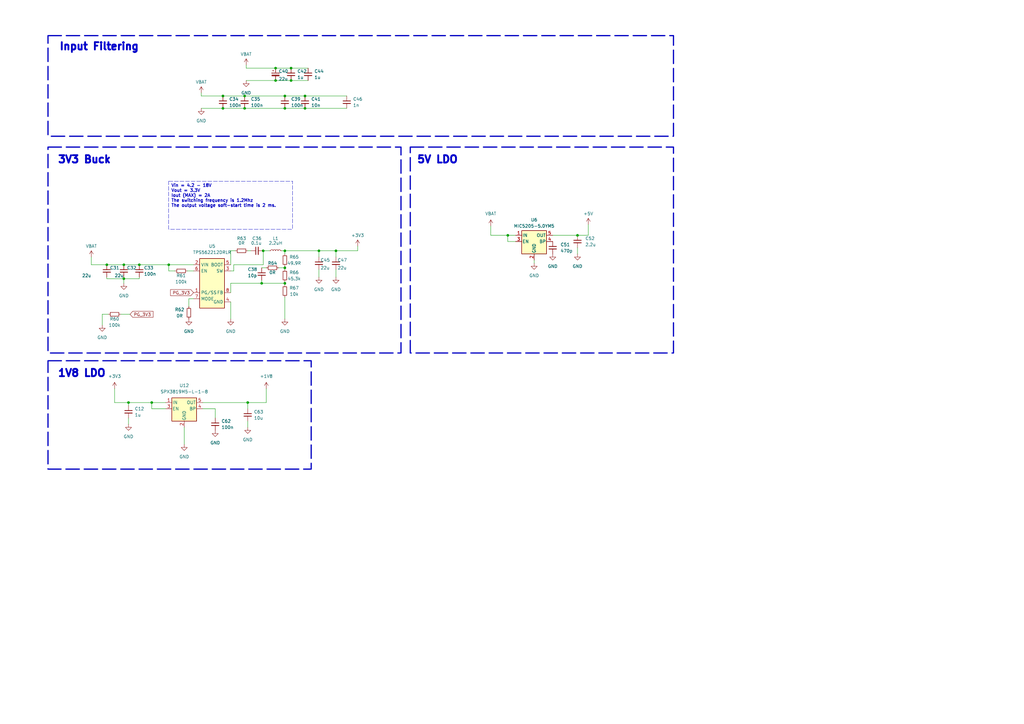
<source format=kicad_sch>
(kicad_sch
	(version 20231120)
	(generator "eeschema")
	(generator_version "8.0")
	(uuid "dad5c7dd-7794-4f9c-8ecd-69cde2569c44")
	(paper "A3")
	(title_block
		(title "HIRO Samurai - Control Board")
		(date "2024-06-03")
		(rev "v1")
		(company "electrodonkey")
		(comment 1 "CC-BY-SA 4.0")
	)
	(lib_symbols
		(symbol "Device:C_Polarized_Small"
			(pin_numbers hide)
			(pin_names
				(offset 0.254) hide)
			(exclude_from_sim no)
			(in_bom yes)
			(on_board yes)
			(property "Reference" "C"
				(at 0.254 1.778 0)
				(effects
					(font
						(size 1.27 1.27)
					)
					(justify left)
				)
			)
			(property "Value" "C_Polarized_Small"
				(at 0.254 -2.032 0)
				(effects
					(font
						(size 1.27 1.27)
					)
					(justify left)
				)
			)
			(property "Footprint" ""
				(at 0 0 0)
				(effects
					(font
						(size 1.27 1.27)
					)
					(hide yes)
				)
			)
			(property "Datasheet" "~"
				(at 0 0 0)
				(effects
					(font
						(size 1.27 1.27)
					)
					(hide yes)
				)
			)
			(property "Description" "Polarized capacitor, small symbol"
				(at 0 0 0)
				(effects
					(font
						(size 1.27 1.27)
					)
					(hide yes)
				)
			)
			(property "ki_keywords" "cap capacitor"
				(at 0 0 0)
				(effects
					(font
						(size 1.27 1.27)
					)
					(hide yes)
				)
			)
			(property "ki_fp_filters" "CP_*"
				(at 0 0 0)
				(effects
					(font
						(size 1.27 1.27)
					)
					(hide yes)
				)
			)
			(symbol "C_Polarized_Small_0_1"
				(rectangle
					(start -1.524 -0.3048)
					(end 1.524 -0.6858)
					(stroke
						(width 0)
						(type default)
					)
					(fill
						(type outline)
					)
				)
				(rectangle
					(start -1.524 0.6858)
					(end 1.524 0.3048)
					(stroke
						(width 0)
						(type default)
					)
					(fill
						(type none)
					)
				)
				(polyline
					(pts
						(xy -1.27 1.524) (xy -0.762 1.524)
					)
					(stroke
						(width 0)
						(type default)
					)
					(fill
						(type none)
					)
				)
				(polyline
					(pts
						(xy -1.016 1.27) (xy -1.016 1.778)
					)
					(stroke
						(width 0)
						(type default)
					)
					(fill
						(type none)
					)
				)
			)
			(symbol "C_Polarized_Small_1_1"
				(pin passive line
					(at 0 2.54 270)
					(length 1.8542)
					(name "~"
						(effects
							(font
								(size 1.27 1.27)
							)
						)
					)
					(number "1"
						(effects
							(font
								(size 1.27 1.27)
							)
						)
					)
				)
				(pin passive line
					(at 0 -2.54 90)
					(length 1.8542)
					(name "~"
						(effects
							(font
								(size 1.27 1.27)
							)
						)
					)
					(number "2"
						(effects
							(font
								(size 1.27 1.27)
							)
						)
					)
				)
			)
		)
		(symbol "Device:C_Small"
			(pin_numbers hide)
			(pin_names
				(offset 0.254) hide)
			(exclude_from_sim no)
			(in_bom yes)
			(on_board yes)
			(property "Reference" "C"
				(at 0.254 1.778 0)
				(effects
					(font
						(size 1.27 1.27)
					)
					(justify left)
				)
			)
			(property "Value" "C_Small"
				(at 0.254 -2.032 0)
				(effects
					(font
						(size 1.27 1.27)
					)
					(justify left)
				)
			)
			(property "Footprint" ""
				(at 0 0 0)
				(effects
					(font
						(size 1.27 1.27)
					)
					(hide yes)
				)
			)
			(property "Datasheet" "~"
				(at 0 0 0)
				(effects
					(font
						(size 1.27 1.27)
					)
					(hide yes)
				)
			)
			(property "Description" "Unpolarized capacitor, small symbol"
				(at 0 0 0)
				(effects
					(font
						(size 1.27 1.27)
					)
					(hide yes)
				)
			)
			(property "ki_keywords" "capacitor cap"
				(at 0 0 0)
				(effects
					(font
						(size 1.27 1.27)
					)
					(hide yes)
				)
			)
			(property "ki_fp_filters" "C_*"
				(at 0 0 0)
				(effects
					(font
						(size 1.27 1.27)
					)
					(hide yes)
				)
			)
			(symbol "C_Small_0_1"
				(polyline
					(pts
						(xy -1.524 -0.508) (xy 1.524 -0.508)
					)
					(stroke
						(width 0.3302)
						(type default)
					)
					(fill
						(type none)
					)
				)
				(polyline
					(pts
						(xy -1.524 0.508) (xy 1.524 0.508)
					)
					(stroke
						(width 0.3048)
						(type default)
					)
					(fill
						(type none)
					)
				)
			)
			(symbol "C_Small_1_1"
				(pin passive line
					(at 0 2.54 270)
					(length 2.032)
					(name "~"
						(effects
							(font
								(size 1.27 1.27)
							)
						)
					)
					(number "1"
						(effects
							(font
								(size 1.27 1.27)
							)
						)
					)
				)
				(pin passive line
					(at 0 -2.54 90)
					(length 2.032)
					(name "~"
						(effects
							(font
								(size 1.27 1.27)
							)
						)
					)
					(number "2"
						(effects
							(font
								(size 1.27 1.27)
							)
						)
					)
				)
			)
		)
		(symbol "Device:L_Small"
			(pin_numbers hide)
			(pin_names
				(offset 0.254) hide)
			(exclude_from_sim no)
			(in_bom yes)
			(on_board yes)
			(property "Reference" "L"
				(at 0.762 1.016 0)
				(effects
					(font
						(size 1.27 1.27)
					)
					(justify left)
				)
			)
			(property "Value" "L_Small"
				(at 0.762 -1.016 0)
				(effects
					(font
						(size 1.27 1.27)
					)
					(justify left)
				)
			)
			(property "Footprint" ""
				(at 0 0 0)
				(effects
					(font
						(size 1.27 1.27)
					)
					(hide yes)
				)
			)
			(property "Datasheet" "~"
				(at 0 0 0)
				(effects
					(font
						(size 1.27 1.27)
					)
					(hide yes)
				)
			)
			(property "Description" "Inductor, small symbol"
				(at 0 0 0)
				(effects
					(font
						(size 1.27 1.27)
					)
					(hide yes)
				)
			)
			(property "ki_keywords" "inductor choke coil reactor magnetic"
				(at 0 0 0)
				(effects
					(font
						(size 1.27 1.27)
					)
					(hide yes)
				)
			)
			(property "ki_fp_filters" "Choke_* *Coil* Inductor_* L_*"
				(at 0 0 0)
				(effects
					(font
						(size 1.27 1.27)
					)
					(hide yes)
				)
			)
			(symbol "L_Small_0_1"
				(arc
					(start 0 -2.032)
					(mid 0.5058 -1.524)
					(end 0 -1.016)
					(stroke
						(width 0)
						(type default)
					)
					(fill
						(type none)
					)
				)
				(arc
					(start 0 -1.016)
					(mid 0.5058 -0.508)
					(end 0 0)
					(stroke
						(width 0)
						(type default)
					)
					(fill
						(type none)
					)
				)
				(arc
					(start 0 0)
					(mid 0.5058 0.508)
					(end 0 1.016)
					(stroke
						(width 0)
						(type default)
					)
					(fill
						(type none)
					)
				)
				(arc
					(start 0 1.016)
					(mid 0.5058 1.524)
					(end 0 2.032)
					(stroke
						(width 0)
						(type default)
					)
					(fill
						(type none)
					)
				)
			)
			(symbol "L_Small_1_1"
				(pin passive line
					(at 0 2.54 270)
					(length 0.508)
					(name "~"
						(effects
							(font
								(size 1.27 1.27)
							)
						)
					)
					(number "1"
						(effects
							(font
								(size 1.27 1.27)
							)
						)
					)
				)
				(pin passive line
					(at 0 -2.54 90)
					(length 0.508)
					(name "~"
						(effects
							(font
								(size 1.27 1.27)
							)
						)
					)
					(number "2"
						(effects
							(font
								(size 1.27 1.27)
							)
						)
					)
				)
			)
		)
		(symbol "Device:R_Small"
			(pin_numbers hide)
			(pin_names
				(offset 0.254) hide)
			(exclude_from_sim no)
			(in_bom yes)
			(on_board yes)
			(property "Reference" "R"
				(at 0.762 0.508 0)
				(effects
					(font
						(size 1.27 1.27)
					)
					(justify left)
				)
			)
			(property "Value" "R_Small"
				(at 0.762 -1.016 0)
				(effects
					(font
						(size 1.27 1.27)
					)
					(justify left)
				)
			)
			(property "Footprint" ""
				(at 0 0 0)
				(effects
					(font
						(size 1.27 1.27)
					)
					(hide yes)
				)
			)
			(property "Datasheet" "~"
				(at 0 0 0)
				(effects
					(font
						(size 1.27 1.27)
					)
					(hide yes)
				)
			)
			(property "Description" "Resistor, small symbol"
				(at 0 0 0)
				(effects
					(font
						(size 1.27 1.27)
					)
					(hide yes)
				)
			)
			(property "ki_keywords" "R resistor"
				(at 0 0 0)
				(effects
					(font
						(size 1.27 1.27)
					)
					(hide yes)
				)
			)
			(property "ki_fp_filters" "R_*"
				(at 0 0 0)
				(effects
					(font
						(size 1.27 1.27)
					)
					(hide yes)
				)
			)
			(symbol "R_Small_0_1"
				(rectangle
					(start -0.762 1.778)
					(end 0.762 -1.778)
					(stroke
						(width 0.2032)
						(type default)
					)
					(fill
						(type none)
					)
				)
			)
			(symbol "R_Small_1_1"
				(pin passive line
					(at 0 2.54 270)
					(length 0.762)
					(name "~"
						(effects
							(font
								(size 1.27 1.27)
							)
						)
					)
					(number "1"
						(effects
							(font
								(size 1.27 1.27)
							)
						)
					)
				)
				(pin passive line
					(at 0 -2.54 90)
					(length 0.762)
					(name "~"
						(effects
							(font
								(size 1.27 1.27)
							)
						)
					)
					(number "2"
						(effects
							(font
								(size 1.27 1.27)
							)
						)
					)
				)
			)
		)
		(symbol "Regulator_Linear:MIC5205-5.0YM5"
			(pin_names
				(offset 0.254)
			)
			(exclude_from_sim no)
			(in_bom yes)
			(on_board yes)
			(property "Reference" "U"
				(at -3.81 5.715 0)
				(effects
					(font
						(size 1.27 1.27)
					)
				)
			)
			(property "Value" "MIC5205-5.0YM5"
				(at 0 5.715 0)
				(effects
					(font
						(size 1.27 1.27)
					)
					(justify left)
				)
			)
			(property "Footprint" "Package_TO_SOT_SMD:SOT-23-5"
				(at 0 8.255 0)
				(effects
					(font
						(size 1.27 1.27)
					)
					(hide yes)
				)
			)
			(property "Datasheet" "http://ww1.microchip.com/downloads/en/DeviceDoc/20005785A.pdf"
				(at 0 0 0)
				(effects
					(font
						(size 1.27 1.27)
					)
					(hide yes)
				)
			)
			(property "Description" "150mA low dropout linear regulator, fixed 5.0V output, SOT-23-5"
				(at 0 0 0)
				(effects
					(font
						(size 1.27 1.27)
					)
					(hide yes)
				)
			)
			(property "ki_keywords" "150mA low-noise LDO linear voltage regulator fixed positive"
				(at 0 0 0)
				(effects
					(font
						(size 1.27 1.27)
					)
					(hide yes)
				)
			)
			(property "ki_fp_filters" "SOT?23*"
				(at 0 0 0)
				(effects
					(font
						(size 1.27 1.27)
					)
					(hide yes)
				)
			)
			(symbol "MIC5205-5.0YM5_0_1"
				(rectangle
					(start -5.08 4.445)
					(end 5.08 -5.08)
					(stroke
						(width 0.254)
						(type default)
					)
					(fill
						(type background)
					)
				)
			)
			(symbol "MIC5205-5.0YM5_1_1"
				(pin power_in line
					(at -7.62 2.54 0)
					(length 2.54)
					(name "IN"
						(effects
							(font
								(size 1.27 1.27)
							)
						)
					)
					(number "1"
						(effects
							(font
								(size 1.27 1.27)
							)
						)
					)
				)
				(pin power_in line
					(at 0 -7.62 90)
					(length 2.54)
					(name "GND"
						(effects
							(font
								(size 1.27 1.27)
							)
						)
					)
					(number "2"
						(effects
							(font
								(size 1.27 1.27)
							)
						)
					)
				)
				(pin input line
					(at -7.62 0 0)
					(length 2.54)
					(name "EN"
						(effects
							(font
								(size 1.27 1.27)
							)
						)
					)
					(number "3"
						(effects
							(font
								(size 1.27 1.27)
							)
						)
					)
				)
				(pin input line
					(at 7.62 0 180)
					(length 2.54)
					(name "BP"
						(effects
							(font
								(size 1.27 1.27)
							)
						)
					)
					(number "4"
						(effects
							(font
								(size 1.27 1.27)
							)
						)
					)
				)
				(pin power_out line
					(at 7.62 2.54 180)
					(length 2.54)
					(name "OUT"
						(effects
							(font
								(size 1.27 1.27)
							)
						)
					)
					(number "5"
						(effects
							(font
								(size 1.27 1.27)
							)
						)
					)
				)
			)
		)
		(symbol "Regulator_Linear:SPX3819M5-L-1-8"
			(pin_names
				(offset 0.254)
			)
			(exclude_from_sim no)
			(in_bom yes)
			(on_board yes)
			(property "Reference" "U"
				(at -3.81 5.715 0)
				(effects
					(font
						(size 1.27 1.27)
					)
				)
			)
			(property "Value" "SPX3819M5-L-1-8"
				(at 0 5.715 0)
				(effects
					(font
						(size 1.27 1.27)
					)
					(justify left)
				)
			)
			(property "Footprint" "Package_TO_SOT_SMD:SOT-23-5"
				(at 0 8.255 0)
				(effects
					(font
						(size 1.27 1.27)
					)
					(hide yes)
				)
			)
			(property "Datasheet" "https://www.exar.com/content/document.ashx?id=22106&languageid=1033&type=Datasheet&partnumber=SPX3819&filename=SPX3819.pdf&part=SPX3819"
				(at 0 0 0)
				(effects
					(font
						(size 1.27 1.27)
					)
					(hide yes)
				)
			)
			(property "Description" "500mA Low drop-out regulator, Fixed Output 1.8V, SOT-23-5"
				(at 0 0 0)
				(effects
					(font
						(size 1.27 1.27)
					)
					(hide yes)
				)
			)
			(property "ki_keywords" "REGULATOR LDO 1.8V"
				(at 0 0 0)
				(effects
					(font
						(size 1.27 1.27)
					)
					(hide yes)
				)
			)
			(property "ki_fp_filters" "SOT?23*"
				(at 0 0 0)
				(effects
					(font
						(size 1.27 1.27)
					)
					(hide yes)
				)
			)
			(symbol "SPX3819M5-L-1-8_0_1"
				(rectangle
					(start -5.08 4.445)
					(end 5.08 -5.08)
					(stroke
						(width 0.254)
						(type default)
					)
					(fill
						(type background)
					)
				)
			)
			(symbol "SPX3819M5-L-1-8_1_1"
				(pin power_in line
					(at -7.62 2.54 0)
					(length 2.54)
					(name "IN"
						(effects
							(font
								(size 1.27 1.27)
							)
						)
					)
					(number "1"
						(effects
							(font
								(size 1.27 1.27)
							)
						)
					)
				)
				(pin power_in line
					(at 0 -7.62 90)
					(length 2.54)
					(name "GND"
						(effects
							(font
								(size 1.27 1.27)
							)
						)
					)
					(number "2"
						(effects
							(font
								(size 1.27 1.27)
							)
						)
					)
				)
				(pin input line
					(at -7.62 0 0)
					(length 2.54)
					(name "EN"
						(effects
							(font
								(size 1.27 1.27)
							)
						)
					)
					(number "3"
						(effects
							(font
								(size 1.27 1.27)
							)
						)
					)
				)
				(pin input line
					(at 7.62 0 180)
					(length 2.54)
					(name "BP"
						(effects
							(font
								(size 1.27 1.27)
							)
						)
					)
					(number "4"
						(effects
							(font
								(size 1.27 1.27)
							)
						)
					)
				)
				(pin power_out line
					(at 7.62 2.54 180)
					(length 2.54)
					(name "OUT"
						(effects
							(font
								(size 1.27 1.27)
							)
						)
					)
					(number "5"
						(effects
							(font
								(size 1.27 1.27)
							)
						)
					)
				)
			)
		)
		(symbol "hiro_sumo_robot_lib:TPS562212DRLR"
			(exclude_from_sim no)
			(in_bom yes)
			(on_board yes)
			(property "Reference" "U"
				(at 0 13.97 0)
				(effects
					(font
						(size 1.27 1.27)
					)
				)
			)
			(property "Value" "TPS562212DRLR"
				(at 0 11.43 0)
				(effects
					(font
						(size 1.27 1.27)
					)
				)
			)
			(property "Footprint" "Package_TO_SOT_SMD:SOT-583-8"
				(at 0 -25.4 0)
				(effects
					(font
						(size 1.27 1.27)
					)
					(hide yes)
				)
			)
			(property "Datasheet" "https://www.ti.com/lit/ds/symlink/tps562212.pdf"
				(at 0 -22.86 0)
				(effects
					(font
						(size 1.27 1.27)
					)
					(hide yes)
				)
			)
			(property "Description" "4.2-V to 18-V Input, 2-A Synchronous Buck Converter"
				(at 0 0 0)
				(effects
					(font
						(size 1.27 1.27)
					)
					(hide yes)
				)
			)
			(property "ki_keywords" "synchronous buck converter "
				(at 0 0 0)
				(effects
					(font
						(size 1.27 1.27)
					)
					(hide yes)
				)
			)
			(property "ki_fp_filters" "SOT?583*"
				(at 0 0 0)
				(effects
					(font
						(size 1.27 1.27)
					)
					(hide yes)
				)
			)
			(symbol "TPS562212DRLR_0_1"
				(rectangle
					(start -5.08 10.16)
					(end 5.08 -10.16)
					(stroke
						(width 0.254)
						(type default)
					)
					(fill
						(type background)
					)
				)
			)
			(symbol "TPS562212DRLR_1_1"
				(pin bidirectional line
					(at -7.62 -3.81 0)
					(length 2.54)
					(name "PG/SS"
						(effects
							(font
								(size 1.27 1.27)
							)
						)
					)
					(number "1"
						(effects
							(font
								(size 1.27 1.27)
							)
						)
					)
				)
				(pin bidirectional line
					(at -7.62 7.62 0)
					(length 2.54)
					(name "VIN"
						(effects
							(font
								(size 1.27 1.27)
							)
						)
					)
					(number "2"
						(effects
							(font
								(size 1.27 1.27)
							)
						)
					)
				)
				(pin bidirectional line
					(at 7.62 5.08 180)
					(length 2.54)
					(name "SW"
						(effects
							(font
								(size 1.27 1.27)
							)
						)
					)
					(number "3"
						(effects
							(font
								(size 1.27 1.27)
							)
						)
					)
				)
				(pin bidirectional line
					(at 7.62 -7.62 180)
					(length 2.54)
					(name "GND"
						(effects
							(font
								(size 1.27 1.27)
							)
						)
					)
					(number "4"
						(effects
							(font
								(size 1.27 1.27)
							)
						)
					)
				)
				(pin bidirectional line
					(at 7.62 7.62 180)
					(length 2.54)
					(name "BOOT"
						(effects
							(font
								(size 1.27 1.27)
							)
						)
					)
					(number "5"
						(effects
							(font
								(size 1.27 1.27)
							)
						)
					)
				)
				(pin bidirectional line
					(at -7.62 5.08 0)
					(length 2.54)
					(name "EN"
						(effects
							(font
								(size 1.27 1.27)
							)
						)
					)
					(number "6"
						(effects
							(font
								(size 1.27 1.27)
							)
						)
					)
				)
				(pin bidirectional line
					(at -7.62 -6.35 0)
					(length 2.54)
					(name "MODE"
						(effects
							(font
								(size 1.27 1.27)
							)
						)
					)
					(number "7"
						(effects
							(font
								(size 1.27 1.27)
							)
						)
					)
				)
				(pin bidirectional line
					(at 7.62 -3.81 180)
					(length 2.54)
					(name "FB"
						(effects
							(font
								(size 1.27 1.27)
							)
						)
					)
					(number "8"
						(effects
							(font
								(size 1.27 1.27)
							)
						)
					)
				)
			)
		)
		(symbol "power:+12V"
			(power)
			(pin_names
				(offset 0)
			)
			(exclude_from_sim no)
			(in_bom yes)
			(on_board yes)
			(property "Reference" "#PWR"
				(at 0 -3.81 0)
				(effects
					(font
						(size 1.27 1.27)
					)
					(hide yes)
				)
			)
			(property "Value" "+12V"
				(at 0 3.556 0)
				(effects
					(font
						(size 1.27 1.27)
					)
				)
			)
			(property "Footprint" ""
				(at 0 0 0)
				(effects
					(font
						(size 1.27 1.27)
					)
					(hide yes)
				)
			)
			(property "Datasheet" ""
				(at 0 0 0)
				(effects
					(font
						(size 1.27 1.27)
					)
					(hide yes)
				)
			)
			(property "Description" "Power symbol creates a global label with name \"+12V\""
				(at 0 0 0)
				(effects
					(font
						(size 1.27 1.27)
					)
					(hide yes)
				)
			)
			(property "ki_keywords" "global power"
				(at 0 0 0)
				(effects
					(font
						(size 1.27 1.27)
					)
					(hide yes)
				)
			)
			(symbol "+12V_0_1"
				(polyline
					(pts
						(xy -0.762 1.27) (xy 0 2.54)
					)
					(stroke
						(width 0)
						(type default)
					)
					(fill
						(type none)
					)
				)
				(polyline
					(pts
						(xy 0 0) (xy 0 2.54)
					)
					(stroke
						(width 0)
						(type default)
					)
					(fill
						(type none)
					)
				)
				(polyline
					(pts
						(xy 0 2.54) (xy 0.762 1.27)
					)
					(stroke
						(width 0)
						(type default)
					)
					(fill
						(type none)
					)
				)
			)
			(symbol "+12V_1_1"
				(pin power_in line
					(at 0 0 90)
					(length 0) hide
					(name "+12V"
						(effects
							(font
								(size 1.27 1.27)
							)
						)
					)
					(number "1"
						(effects
							(font
								(size 1.27 1.27)
							)
						)
					)
				)
			)
		)
		(symbol "power:+1V8"
			(power)
			(pin_numbers hide)
			(pin_names
				(offset 0) hide)
			(exclude_from_sim no)
			(in_bom yes)
			(on_board yes)
			(property "Reference" "#PWR"
				(at 0 -3.81 0)
				(effects
					(font
						(size 1.27 1.27)
					)
					(hide yes)
				)
			)
			(property "Value" "+1V8"
				(at 0 3.556 0)
				(effects
					(font
						(size 1.27 1.27)
					)
				)
			)
			(property "Footprint" ""
				(at 0 0 0)
				(effects
					(font
						(size 1.27 1.27)
					)
					(hide yes)
				)
			)
			(property "Datasheet" ""
				(at 0 0 0)
				(effects
					(font
						(size 1.27 1.27)
					)
					(hide yes)
				)
			)
			(property "Description" "Power symbol creates a global label with name \"+1V8\""
				(at 0 0 0)
				(effects
					(font
						(size 1.27 1.27)
					)
					(hide yes)
				)
			)
			(property "ki_keywords" "global power"
				(at 0 0 0)
				(effects
					(font
						(size 1.27 1.27)
					)
					(hide yes)
				)
			)
			(symbol "+1V8_0_1"
				(polyline
					(pts
						(xy -0.762 1.27) (xy 0 2.54)
					)
					(stroke
						(width 0)
						(type default)
					)
					(fill
						(type none)
					)
				)
				(polyline
					(pts
						(xy 0 0) (xy 0 2.54)
					)
					(stroke
						(width 0)
						(type default)
					)
					(fill
						(type none)
					)
				)
				(polyline
					(pts
						(xy 0 2.54) (xy 0.762 1.27)
					)
					(stroke
						(width 0)
						(type default)
					)
					(fill
						(type none)
					)
				)
			)
			(symbol "+1V8_1_1"
				(pin power_in line
					(at 0 0 90)
					(length 0)
					(name "~"
						(effects
							(font
								(size 1.27 1.27)
							)
						)
					)
					(number "1"
						(effects
							(font
								(size 1.27 1.27)
							)
						)
					)
				)
			)
		)
		(symbol "power:+3V3"
			(power)
			(pin_names
				(offset 0)
			)
			(exclude_from_sim no)
			(in_bom yes)
			(on_board yes)
			(property "Reference" "#PWR"
				(at 0 -3.81 0)
				(effects
					(font
						(size 1.27 1.27)
					)
					(hide yes)
				)
			)
			(property "Value" "+3V3"
				(at 0 3.556 0)
				(effects
					(font
						(size 1.27 1.27)
					)
				)
			)
			(property "Footprint" ""
				(at 0 0 0)
				(effects
					(font
						(size 1.27 1.27)
					)
					(hide yes)
				)
			)
			(property "Datasheet" ""
				(at 0 0 0)
				(effects
					(font
						(size 1.27 1.27)
					)
					(hide yes)
				)
			)
			(property "Description" "Power symbol creates a global label with name \"+3V3\""
				(at 0 0 0)
				(effects
					(font
						(size 1.27 1.27)
					)
					(hide yes)
				)
			)
			(property "ki_keywords" "global power"
				(at 0 0 0)
				(effects
					(font
						(size 1.27 1.27)
					)
					(hide yes)
				)
			)
			(symbol "+3V3_0_1"
				(polyline
					(pts
						(xy -0.762 1.27) (xy 0 2.54)
					)
					(stroke
						(width 0)
						(type default)
					)
					(fill
						(type none)
					)
				)
				(polyline
					(pts
						(xy 0 0) (xy 0 2.54)
					)
					(stroke
						(width 0)
						(type default)
					)
					(fill
						(type none)
					)
				)
				(polyline
					(pts
						(xy 0 2.54) (xy 0.762 1.27)
					)
					(stroke
						(width 0)
						(type default)
					)
					(fill
						(type none)
					)
				)
			)
			(symbol "+3V3_1_1"
				(pin power_in line
					(at 0 0 90)
					(length 0) hide
					(name "+3V3"
						(effects
							(font
								(size 1.27 1.27)
							)
						)
					)
					(number "1"
						(effects
							(font
								(size 1.27 1.27)
							)
						)
					)
				)
			)
		)
		(symbol "power:+5V"
			(power)
			(pin_names
				(offset 0)
			)
			(exclude_from_sim no)
			(in_bom yes)
			(on_board yes)
			(property "Reference" "#PWR"
				(at 0 -3.81 0)
				(effects
					(font
						(size 1.27 1.27)
					)
					(hide yes)
				)
			)
			(property "Value" "+5V"
				(at 0 3.556 0)
				(effects
					(font
						(size 1.27 1.27)
					)
				)
			)
			(property "Footprint" ""
				(at 0 0 0)
				(effects
					(font
						(size 1.27 1.27)
					)
					(hide yes)
				)
			)
			(property "Datasheet" ""
				(at 0 0 0)
				(effects
					(font
						(size 1.27 1.27)
					)
					(hide yes)
				)
			)
			(property "Description" "Power symbol creates a global label with name \"+5V\""
				(at 0 0 0)
				(effects
					(font
						(size 1.27 1.27)
					)
					(hide yes)
				)
			)
			(property "ki_keywords" "global power"
				(at 0 0 0)
				(effects
					(font
						(size 1.27 1.27)
					)
					(hide yes)
				)
			)
			(symbol "+5V_0_1"
				(polyline
					(pts
						(xy -0.762 1.27) (xy 0 2.54)
					)
					(stroke
						(width 0)
						(type default)
					)
					(fill
						(type none)
					)
				)
				(polyline
					(pts
						(xy 0 0) (xy 0 2.54)
					)
					(stroke
						(width 0)
						(type default)
					)
					(fill
						(type none)
					)
				)
				(polyline
					(pts
						(xy 0 2.54) (xy 0.762 1.27)
					)
					(stroke
						(width 0)
						(type default)
					)
					(fill
						(type none)
					)
				)
			)
			(symbol "+5V_1_1"
				(pin power_in line
					(at 0 0 90)
					(length 0) hide
					(name "+5V"
						(effects
							(font
								(size 1.27 1.27)
							)
						)
					)
					(number "1"
						(effects
							(font
								(size 1.27 1.27)
							)
						)
					)
				)
			)
		)
		(symbol "power:GND"
			(power)
			(pin_names
				(offset 0)
			)
			(exclude_from_sim no)
			(in_bom yes)
			(on_board yes)
			(property "Reference" "#PWR"
				(at 0 -6.35 0)
				(effects
					(font
						(size 1.27 1.27)
					)
					(hide yes)
				)
			)
			(property "Value" "GND"
				(at 0 -3.81 0)
				(effects
					(font
						(size 1.27 1.27)
					)
				)
			)
			(property "Footprint" ""
				(at 0 0 0)
				(effects
					(font
						(size 1.27 1.27)
					)
					(hide yes)
				)
			)
			(property "Datasheet" ""
				(at 0 0 0)
				(effects
					(font
						(size 1.27 1.27)
					)
					(hide yes)
				)
			)
			(property "Description" "Power symbol creates a global label with name \"GND\" , ground"
				(at 0 0 0)
				(effects
					(font
						(size 1.27 1.27)
					)
					(hide yes)
				)
			)
			(property "ki_keywords" "global power"
				(at 0 0 0)
				(effects
					(font
						(size 1.27 1.27)
					)
					(hide yes)
				)
			)
			(symbol "GND_0_1"
				(polyline
					(pts
						(xy 0 0) (xy 0 -1.27) (xy 1.27 -1.27) (xy 0 -2.54) (xy -1.27 -1.27) (xy 0 -1.27)
					)
					(stroke
						(width 0)
						(type default)
					)
					(fill
						(type none)
					)
				)
			)
			(symbol "GND_1_1"
				(pin power_in line
					(at 0 0 270)
					(length 0) hide
					(name "GND"
						(effects
							(font
								(size 1.27 1.27)
							)
						)
					)
					(number "1"
						(effects
							(font
								(size 1.27 1.27)
							)
						)
					)
				)
			)
		)
	)
	(junction
		(at 50.8 108.585)
		(diameter 0)
		(color 0 0 0 0)
		(uuid "060797a6-e9e3-424e-9dcd-853961d36611")
	)
	(junction
		(at 91.44 39.37)
		(diameter 0)
		(color 0 0 0 0)
		(uuid "0b804388-2501-496a-8a64-358f71a4d642")
	)
	(junction
		(at 43.815 108.585)
		(diameter 0)
		(color 0 0 0 0)
		(uuid "291702c7-b942-449a-adf6-4e6c0c6a2826")
	)
	(junction
		(at 119.38 33.02)
		(diameter 0)
		(color 0 0 0 0)
		(uuid "2d7e3b7d-e6d6-4d05-a46f-bb90065dbf22")
	)
	(junction
		(at 137.795 102.87)
		(diameter 0)
		(color 0 0 0 0)
		(uuid "41bbb2e1-a50a-40df-a8c1-19b841d1dbe5")
	)
	(junction
		(at 116.84 116.205)
		(diameter 0)
		(color 0 0 0 0)
		(uuid "4d2201c1-0bee-4b83-a916-a85a116d1f11")
	)
	(junction
		(at 101.6 165.1)
		(diameter 0)
		(color 0 0 0 0)
		(uuid "56923ffc-bcc0-4351-bf07-003e1a0ae213")
	)
	(junction
		(at 107.95 102.87)
		(diameter 0)
		(color 0 0 0 0)
		(uuid "56c0fad5-4a85-4288-a15d-4b58e9375446")
	)
	(junction
		(at 113.03 27.94)
		(diameter 0)
		(color 0 0 0 0)
		(uuid "59048c77-02d8-4b14-8dec-adfa20b7cc48")
	)
	(junction
		(at 57.15 108.585)
		(diameter 0)
		(color 0 0 0 0)
		(uuid "66470dbe-6f9a-4d04-88b4-cd6b81b025fe")
	)
	(junction
		(at 107.315 116.205)
		(diameter 0)
		(color 0 0 0 0)
		(uuid "67e4e4cd-0d8e-403c-8d18-f529294ca719")
	)
	(junction
		(at 116.84 109.855)
		(diameter 0)
		(color 0 0 0 0)
		(uuid "6a60b81b-73e2-41a2-84c6-f067bb0fe64c")
	)
	(junction
		(at 100.33 44.45)
		(diameter 0)
		(color 0 0 0 0)
		(uuid "75610ea2-e2b6-4c59-b32c-4c1cdcadb111")
	)
	(junction
		(at 130.81 102.87)
		(diameter 0)
		(color 0 0 0 0)
		(uuid "7bbd8374-0d27-452f-8f15-e39589cb0968")
	)
	(junction
		(at 208.28 96.52)
		(diameter 0)
		(color 0 0 0 0)
		(uuid "7ee8b929-77e2-4b13-9844-3ba84d90856d")
	)
	(junction
		(at 62.23 165.1)
		(diameter 0)
		(color 0 0 0 0)
		(uuid "7fba75ff-00e8-457f-ac8b-9dd61675b3b0")
	)
	(junction
		(at 91.44 44.45)
		(diameter 0)
		(color 0 0 0 0)
		(uuid "965e531e-7be7-4b9f-a657-fc510529e615")
	)
	(junction
		(at 116.84 39.37)
		(diameter 0)
		(color 0 0 0 0)
		(uuid "9af24add-5967-49a8-bbf2-15e821d5a4f4")
	)
	(junction
		(at 119.38 27.94)
		(diameter 0)
		(color 0 0 0 0)
		(uuid "9d4d1d30-91ce-417c-8654-6ed3e8e3b8e7")
	)
	(junction
		(at 50.8 114.3)
		(diameter 0)
		(color 0 0 0 0)
		(uuid "9e2d81ff-2afc-4841-85c8-aefb7908fd60")
	)
	(junction
		(at 52.705 165.1)
		(diameter 0)
		(color 0 0 0 0)
		(uuid "a5197cb7-0c17-4911-b5aa-19b9ac383877")
	)
	(junction
		(at 113.03 33.02)
		(diameter 0)
		(color 0 0 0 0)
		(uuid "aabeaa22-066c-4a7b-b623-511592fec414")
	)
	(junction
		(at 125.095 44.45)
		(diameter 0)
		(color 0 0 0 0)
		(uuid "b44f3556-ee58-4335-b34f-2c799b45ccc8")
	)
	(junction
		(at 69.215 108.585)
		(diameter 0)
		(color 0 0 0 0)
		(uuid "c145b8e1-a791-4377-8764-b4585e69a6f1")
	)
	(junction
		(at 125.095 39.37)
		(diameter 0)
		(color 0 0 0 0)
		(uuid "c8ae47fd-a7fa-4843-b8bd-5b62dfc49a57")
	)
	(junction
		(at 116.84 44.45)
		(diameter 0)
		(color 0 0 0 0)
		(uuid "e8e17469-f209-45da-9b08-5b6b0028063a")
	)
	(junction
		(at 236.855 96.52)
		(diameter 0)
		(color 0 0 0 0)
		(uuid "e9a8b65d-ee55-40d3-b213-3dd329d14526")
	)
	(junction
		(at 100.33 39.37)
		(diameter 0)
		(color 0 0 0 0)
		(uuid "ea4cb816-94db-4774-bf3b-9ac5df304d2b")
	)
	(junction
		(at 116.84 102.87)
		(diameter 0)
		(color 0 0 0 0)
		(uuid "fe99d213-7ae2-4e7a-81fd-86fe0acc10c8")
	)
	(wire
		(pts
			(xy 113.03 27.94) (xy 119.38 27.94)
		)
		(stroke
			(width 0)
			(type default)
		)
		(uuid "00e30b7b-b09e-4b58-a198-dda79d24a354")
	)
	(wire
		(pts
			(xy 75.565 175.26) (xy 75.565 182.245)
		)
		(stroke
			(width 0)
			(type default)
		)
		(uuid "01b82b19-2883-4aba-a194-a7a7bcf06f94")
	)
	(wire
		(pts
			(xy 116.84 102.87) (xy 115.57 102.87)
		)
		(stroke
			(width 0)
			(type default)
		)
		(uuid "0539dc7f-9d3f-42fe-a220-64e188019f07")
	)
	(wire
		(pts
			(xy 52.705 165.1) (xy 46.99 165.1)
		)
		(stroke
			(width 0)
			(type default)
		)
		(uuid "0750fa0b-5697-426d-9a1c-96ad9bd1970d")
	)
	(wire
		(pts
			(xy 125.095 39.37) (xy 142.24 39.37)
		)
		(stroke
			(width 0)
			(type default)
		)
		(uuid "0fdb4da4-5c19-44eb-ba4a-2d7b2a9c29b4")
	)
	(wire
		(pts
			(xy 146.685 100.965) (xy 146.685 102.87)
		)
		(stroke
			(width 0)
			(type default)
		)
		(uuid "10674676-3a07-4c48-9830-c0b00c4dc523")
	)
	(wire
		(pts
			(xy 130.81 110.49) (xy 130.81 113.665)
		)
		(stroke
			(width 0)
			(type default)
		)
		(uuid "11666025-de8c-4c44-adc5-ec4edbfa5f75")
	)
	(wire
		(pts
			(xy 101.6 167.64) (xy 101.6 165.1)
		)
		(stroke
			(width 0)
			(type default)
		)
		(uuid "118c2e2d-29f1-48d2-b5d4-8f52c48569a8")
	)
	(wire
		(pts
			(xy 116.84 116.205) (xy 116.84 116.84)
		)
		(stroke
			(width 0)
			(type default)
		)
		(uuid "144a4c1a-ca8b-4bc2-aea8-456b265c941a")
	)
	(wire
		(pts
			(xy 113.03 33.02) (xy 119.38 33.02)
		)
		(stroke
			(width 0)
			(type default)
		)
		(uuid "14514221-9067-45f2-8b28-eee8d99dffa2")
	)
	(wire
		(pts
			(xy 116.84 102.87) (xy 130.81 102.87)
		)
		(stroke
			(width 0)
			(type default)
		)
		(uuid "16714a53-e37a-4dd6-a67d-942b4f2bd848")
	)
	(wire
		(pts
			(xy 88.265 167.64) (xy 88.265 171.45)
		)
		(stroke
			(width 0)
			(type default)
		)
		(uuid "168f75c4-944c-49d7-8715-518834ae38c3")
	)
	(wire
		(pts
			(xy 211.455 96.52) (xy 208.28 96.52)
		)
		(stroke
			(width 0)
			(type default)
		)
		(uuid "17455b73-1a6f-4f40-a9d4-4ab5825216ae")
	)
	(wire
		(pts
			(xy 50.8 113.665) (xy 50.8 114.3)
		)
		(stroke
			(width 0)
			(type default)
		)
		(uuid "187fc858-4f6b-4037-aba8-258358474e76")
	)
	(wire
		(pts
			(xy 94.615 123.825) (xy 94.615 130.81)
		)
		(stroke
			(width 0)
			(type default)
		)
		(uuid "19c1d429-1b63-4742-8d4c-c41c021fe45c")
	)
	(wire
		(pts
			(xy 62.23 167.64) (xy 62.23 165.1)
		)
		(stroke
			(width 0)
			(type default)
		)
		(uuid "1b6d5e62-1634-4b32-b7f9-cdf881cb0640")
	)
	(wire
		(pts
			(xy 101.6 172.72) (xy 101.6 175.26)
		)
		(stroke
			(width 0)
			(type default)
		)
		(uuid "21afdde9-9678-4948-a5c5-ed39bc9a1d79")
	)
	(wire
		(pts
			(xy 125.095 44.45) (xy 142.24 44.45)
		)
		(stroke
			(width 0)
			(type default)
		)
		(uuid "225db9ba-1971-431c-bb43-3958b4f1292c")
	)
	(wire
		(pts
			(xy 107.315 116.205) (xy 94.615 116.205)
		)
		(stroke
			(width 0)
			(type default)
		)
		(uuid "22b3e41a-a5c0-4405-ab2c-5352d36dcbe7")
	)
	(wire
		(pts
			(xy 241.3 92.075) (xy 241.3 96.52)
		)
		(stroke
			(width 0)
			(type default)
		)
		(uuid "249c9865-aea2-42f4-a122-5ecd15dbd760")
	)
	(wire
		(pts
			(xy 77.47 125.73) (xy 77.47 122.555)
		)
		(stroke
			(width 0)
			(type default)
		)
		(uuid "253d4438-b80a-45ba-b388-ef120d3eb9a9")
	)
	(wire
		(pts
			(xy 50.8 114.3) (xy 43.815 114.3)
		)
		(stroke
			(width 0)
			(type default)
		)
		(uuid "2775b588-61d4-426d-a2e5-35e36d87b6de")
	)
	(wire
		(pts
			(xy 37.465 105.41) (xy 37.465 108.585)
		)
		(stroke
			(width 0)
			(type default)
		)
		(uuid "2a03b4e1-a8ed-46bb-b24e-07d4e4549cc8")
	)
	(wire
		(pts
			(xy 46.99 159.385) (xy 46.99 165.1)
		)
		(stroke
			(width 0)
			(type default)
		)
		(uuid "2db90af8-5ac7-41ad-9f3f-49bf7518f8bc")
	)
	(wire
		(pts
			(xy 116.84 121.92) (xy 116.84 130.81)
		)
		(stroke
			(width 0)
			(type default)
		)
		(uuid "343f4948-ee45-4983-a5ed-5c13745783cd")
	)
	(wire
		(pts
			(xy 211.455 99.06) (xy 208.28 99.06)
		)
		(stroke
			(width 0)
			(type default)
		)
		(uuid "372cf8fd-cbe0-4c8c-a8f6-5b6d8b021f82")
	)
	(wire
		(pts
			(xy 83.185 165.1) (xy 101.6 165.1)
		)
		(stroke
			(width 0)
			(type default)
		)
		(uuid "37b8acb9-54e8-4d38-8b2a-b105c3f35dc4")
	)
	(wire
		(pts
			(xy 82.55 38.1) (xy 82.55 39.37)
		)
		(stroke
			(width 0)
			(type default)
		)
		(uuid "3aeb3d34-9370-4e74-b623-e83d1bd65e14")
	)
	(wire
		(pts
			(xy 91.44 39.37) (xy 100.33 39.37)
		)
		(stroke
			(width 0)
			(type default)
		)
		(uuid "3b6a9f94-cff4-44f2-a7d3-369febbdb134")
	)
	(wire
		(pts
			(xy 57.15 108.585) (xy 69.215 108.585)
		)
		(stroke
			(width 0)
			(type default)
		)
		(uuid "3bea42a0-28a9-4d42-a1ba-aa788dd9012c")
	)
	(wire
		(pts
			(xy 82.55 39.37) (xy 91.44 39.37)
		)
		(stroke
			(width 0)
			(type default)
		)
		(uuid "3c810d2f-ad2b-4060-8578-860fe2068bfc")
	)
	(wire
		(pts
			(xy 69.215 111.125) (xy 69.215 108.585)
		)
		(stroke
			(width 0)
			(type default)
		)
		(uuid "44b273ff-c3ac-4863-bf78-76e7fca18fa8")
	)
	(wire
		(pts
			(xy 107.95 102.87) (xy 110.49 102.87)
		)
		(stroke
			(width 0)
			(type default)
		)
		(uuid "44fe3463-030f-4b83-b4a1-4b60531a4da7")
	)
	(wire
		(pts
			(xy 43.815 108.585) (xy 50.8 108.585)
		)
		(stroke
			(width 0)
			(type default)
		)
		(uuid "45c36967-3f30-4fd0-8a51-0fb5b7fddae3")
	)
	(wire
		(pts
			(xy 67.945 167.64) (xy 62.23 167.64)
		)
		(stroke
			(width 0)
			(type default)
		)
		(uuid "482d9b86-6e3d-44e0-9c8c-79d22aa9b2fd")
	)
	(wire
		(pts
			(xy 43.815 114.3) (xy 43.815 113.665)
		)
		(stroke
			(width 0)
			(type default)
		)
		(uuid "48d58d09-68a2-4821-9897-bd087a8774f6")
	)
	(wire
		(pts
			(xy 69.215 108.585) (xy 79.375 108.585)
		)
		(stroke
			(width 0)
			(type default)
		)
		(uuid "4cf77a93-df38-4384-8d82-e6c822961ca2")
	)
	(wire
		(pts
			(xy 94.615 102.87) (xy 96.52 102.87)
		)
		(stroke
			(width 0)
			(type default)
		)
		(uuid "4fbd397b-7617-4355-8738-582acdcfde75")
	)
	(wire
		(pts
			(xy 77.47 122.555) (xy 79.375 122.555)
		)
		(stroke
			(width 0)
			(type default)
		)
		(uuid "52652791-ad76-447a-8f0c-1c88c8127ed6")
	)
	(wire
		(pts
			(xy 95.885 108.585) (xy 95.885 111.125)
		)
		(stroke
			(width 0)
			(type default)
		)
		(uuid "56654d9b-0e62-496f-8957-bcd070a9a6e4")
	)
	(wire
		(pts
			(xy 94.615 116.205) (xy 94.615 120.015)
		)
		(stroke
			(width 0)
			(type default)
		)
		(uuid "5a1e7e94-085c-4b6e-a767-8ff7b099f6f9")
	)
	(wire
		(pts
			(xy 50.8 108.585) (xy 57.15 108.585)
		)
		(stroke
			(width 0)
			(type default)
		)
		(uuid "5a817949-f298-4d80-bae2-ad5ba7047a13")
	)
	(wire
		(pts
			(xy 208.28 96.52) (xy 201.295 96.52)
		)
		(stroke
			(width 0)
			(type default)
		)
		(uuid "5bb6d178-ff02-4fbe-a18c-da3d65c86d8b")
	)
	(wire
		(pts
			(xy 116.84 104.14) (xy 116.84 102.87)
		)
		(stroke
			(width 0)
			(type default)
		)
		(uuid "5ed71949-0e69-45a8-8333-a7e9b21bbcc9")
	)
	(wire
		(pts
			(xy 50.8 114.3) (xy 57.15 114.3)
		)
		(stroke
			(width 0)
			(type default)
		)
		(uuid "613636c2-350c-402a-8877-e520d5846a18")
	)
	(wire
		(pts
			(xy 100.965 33.02) (xy 113.03 33.02)
		)
		(stroke
			(width 0)
			(type default)
		)
		(uuid "61bb4403-0a7e-4476-b54e-cc81164a1ba5")
	)
	(wire
		(pts
			(xy 62.23 165.1) (xy 67.945 165.1)
		)
		(stroke
			(width 0)
			(type default)
		)
		(uuid "61c7071a-71c1-43be-93e2-54667459089c")
	)
	(wire
		(pts
			(xy 94.615 108.585) (xy 94.615 102.87)
		)
		(stroke
			(width 0)
			(type default)
		)
		(uuid "623e39e8-fffc-4b01-ba03-b2fa72fd0db1")
	)
	(wire
		(pts
			(xy 119.38 33.02) (xy 126.365 33.02)
		)
		(stroke
			(width 0)
			(type default)
		)
		(uuid "65078c9c-76f0-460e-90ad-037049ea74a7")
	)
	(wire
		(pts
			(xy 101.6 165.1) (xy 109.22 165.1)
		)
		(stroke
			(width 0)
			(type default)
		)
		(uuid "657e2dd8-156b-4c2c-b5fa-97667ff2c05a")
	)
	(wire
		(pts
			(xy 114.3 109.855) (xy 116.84 109.855)
		)
		(stroke
			(width 0)
			(type default)
		)
		(uuid "682f09a1-304b-4a04-bf4b-e0fa99e0289a")
	)
	(wire
		(pts
			(xy 201.295 92.71) (xy 201.295 96.52)
		)
		(stroke
			(width 0)
			(type default)
		)
		(uuid "69fdd6ce-e177-4f23-acf1-ee7a1720736b")
	)
	(wire
		(pts
			(xy 116.84 109.22) (xy 116.84 109.855)
		)
		(stroke
			(width 0)
			(type default)
		)
		(uuid "6a5a05d7-4e07-4167-9e55-646143784670")
	)
	(wire
		(pts
			(xy 137.795 105.41) (xy 137.795 102.87)
		)
		(stroke
			(width 0)
			(type default)
		)
		(uuid "6a761b23-6c45-4b22-8632-d8bded52f3a9")
	)
	(wire
		(pts
			(xy 100.965 27.94) (xy 113.03 27.94)
		)
		(stroke
			(width 0)
			(type default)
		)
		(uuid "6c75aaa1-66d8-4d7e-877a-f940aa104007")
	)
	(wire
		(pts
			(xy 83.185 167.64) (xy 88.265 167.64)
		)
		(stroke
			(width 0)
			(type default)
		)
		(uuid "7173786a-595b-4a73-b90e-da9f6420f38e")
	)
	(wire
		(pts
			(xy 82.55 44.45) (xy 91.44 44.45)
		)
		(stroke
			(width 0)
			(type default)
		)
		(uuid "7edcb169-dec2-47cd-870d-35726396ce77")
	)
	(wire
		(pts
			(xy 116.84 115.57) (xy 116.84 116.205)
		)
		(stroke
			(width 0)
			(type default)
		)
		(uuid "7f10c32e-594c-45f4-9df6-48983b26c75c")
	)
	(wire
		(pts
			(xy 107.315 109.855) (xy 109.22 109.855)
		)
		(stroke
			(width 0)
			(type default)
		)
		(uuid "80494f17-1188-485d-b0db-7e086ff74976")
	)
	(wire
		(pts
			(xy 91.44 44.45) (xy 100.33 44.45)
		)
		(stroke
			(width 0)
			(type default)
		)
		(uuid "8b625166-083a-4589-8706-6f4e0d358f4d")
	)
	(wire
		(pts
			(xy 116.84 44.45) (xy 125.095 44.45)
		)
		(stroke
			(width 0)
			(type default)
		)
		(uuid "8fa38d0b-b047-48a9-94f5-100853661634")
	)
	(wire
		(pts
			(xy 57.15 114.3) (xy 57.15 113.665)
		)
		(stroke
			(width 0)
			(type default)
		)
		(uuid "981fe32d-99e2-42d1-a1c5-bc5fdf0a5bbd")
	)
	(wire
		(pts
			(xy 41.91 128.905) (xy 41.91 133.35)
		)
		(stroke
			(width 0)
			(type default)
		)
		(uuid "994f0187-8492-4256-98e8-1d63dc393dda")
	)
	(wire
		(pts
			(xy 100.33 44.45) (xy 116.84 44.45)
		)
		(stroke
			(width 0)
			(type default)
		)
		(uuid "a025826b-b98f-4ecb-a0c2-9e661da3641f")
	)
	(wire
		(pts
			(xy 52.705 171.45) (xy 52.705 173.99)
		)
		(stroke
			(width 0)
			(type default)
		)
		(uuid "a1fae2f3-d4ff-4766-a47e-4734317ac351")
	)
	(wire
		(pts
			(xy 116.84 39.37) (xy 125.095 39.37)
		)
		(stroke
			(width 0)
			(type default)
		)
		(uuid "a67c3dd0-47f1-4cc3-a011-16515a40239c")
	)
	(wire
		(pts
			(xy 50.8 114.3) (xy 50.8 116.205)
		)
		(stroke
			(width 0)
			(type default)
		)
		(uuid "ac6996a4-4853-447c-a581-a9f9e72a5adb")
	)
	(wire
		(pts
			(xy 226.695 96.52) (xy 236.855 96.52)
		)
		(stroke
			(width 0)
			(type default)
		)
		(uuid "b2baa26c-d89f-4333-a4ae-ace98fec09b2")
	)
	(wire
		(pts
			(xy 107.95 108.585) (xy 95.885 108.585)
		)
		(stroke
			(width 0)
			(type default)
		)
		(uuid "b68e8100-808d-4b06-97b0-e596c21c6ece")
	)
	(wire
		(pts
			(xy 107.95 102.87) (xy 107.95 108.585)
		)
		(stroke
			(width 0)
			(type default)
		)
		(uuid "bbc61562-a4df-45cb-b91d-dc060b6d3fc6")
	)
	(wire
		(pts
			(xy 71.755 111.125) (xy 69.215 111.125)
		)
		(stroke
			(width 0)
			(type default)
		)
		(uuid "bde5cacf-eedc-48ca-8fc1-292ecfbe55a0")
	)
	(wire
		(pts
			(xy 101.6 102.87) (xy 102.87 102.87)
		)
		(stroke
			(width 0)
			(type default)
		)
		(uuid "be9bcc45-512c-4a09-a66e-3e2f5f625af0")
	)
	(wire
		(pts
			(xy 219.075 106.68) (xy 219.075 107.95)
		)
		(stroke
			(width 0)
			(type default)
		)
		(uuid "c0b9178e-422e-4784-ae05-1f0392e3c5f6")
	)
	(wire
		(pts
			(xy 137.795 110.49) (xy 137.795 113.665)
		)
		(stroke
			(width 0)
			(type default)
		)
		(uuid "c1c1bf6c-b9bb-4a78-b35d-b0e2a040b7be")
	)
	(wire
		(pts
			(xy 119.38 27.94) (xy 126.365 27.94)
		)
		(stroke
			(width 0)
			(type default)
		)
		(uuid "c4c155f8-30e0-4e67-a17e-d6db5568e37b")
	)
	(wire
		(pts
			(xy 62.23 165.1) (xy 52.705 165.1)
		)
		(stroke
			(width 0)
			(type default)
		)
		(uuid "ca0e0e40-688d-4c4e-a978-7ec4b226406c")
	)
	(wire
		(pts
			(xy 137.795 102.87) (xy 146.685 102.87)
		)
		(stroke
			(width 0)
			(type default)
		)
		(uuid "ce055e79-f485-4d13-b0f2-3d1f9c59c0ba")
	)
	(wire
		(pts
			(xy 100.965 26.67) (xy 100.965 27.94)
		)
		(stroke
			(width 0)
			(type default)
		)
		(uuid "d7fdde6e-1e5d-4296-9577-def75211b0eb")
	)
	(wire
		(pts
			(xy 116.84 109.855) (xy 116.84 110.49)
		)
		(stroke
			(width 0)
			(type default)
		)
		(uuid "e021bf9f-4806-487f-b22d-64a11b2ec3f1")
	)
	(wire
		(pts
			(xy 109.22 159.385) (xy 109.22 165.1)
		)
		(stroke
			(width 0)
			(type default)
		)
		(uuid "e181d798-1020-4da6-9f93-51797a58e35d")
	)
	(wire
		(pts
			(xy 44.45 128.905) (xy 41.91 128.905)
		)
		(stroke
			(width 0)
			(type default)
		)
		(uuid "e4d833c2-ae0d-4c1b-bd55-c793da5e3332")
	)
	(wire
		(pts
			(xy 95.885 111.125) (xy 94.615 111.125)
		)
		(stroke
			(width 0)
			(type default)
		)
		(uuid "e534a131-1845-406d-9df6-da8ca2da0d42")
	)
	(wire
		(pts
			(xy 130.81 102.87) (xy 137.795 102.87)
		)
		(stroke
			(width 0)
			(type default)
		)
		(uuid "e5775e0a-00b2-44ae-a66d-a562856df77f")
	)
	(wire
		(pts
			(xy 100.33 39.37) (xy 116.84 39.37)
		)
		(stroke
			(width 0)
			(type default)
		)
		(uuid "e61a1783-c389-4b51-801a-da4f4262bf0e")
	)
	(wire
		(pts
			(xy 49.53 128.905) (xy 53.34 128.905)
		)
		(stroke
			(width 0)
			(type default)
		)
		(uuid "e75ec4cd-e961-4d12-afd1-ef613c78d91b")
	)
	(wire
		(pts
			(xy 107.315 116.205) (xy 107.315 114.935)
		)
		(stroke
			(width 0)
			(type default)
		)
		(uuid "eb35be16-a24b-4dfe-8b2f-556ac23a1292")
	)
	(wire
		(pts
			(xy 37.465 108.585) (xy 43.815 108.585)
		)
		(stroke
			(width 0)
			(type default)
		)
		(uuid "ee6a6a68-ccd3-49ee-9960-e7accb174bff")
	)
	(wire
		(pts
			(xy 52.705 165.1) (xy 52.705 166.37)
		)
		(stroke
			(width 0)
			(type default)
		)
		(uuid "eea0cbc7-3afb-479a-a674-e5f7139c6d84")
	)
	(wire
		(pts
			(xy 236.855 101.6) (xy 236.855 104.14)
		)
		(stroke
			(width 0)
			(type default)
		)
		(uuid "f0c12491-607e-4a81-be9d-3c2956e68d08")
	)
	(wire
		(pts
			(xy 236.855 96.52) (xy 241.3 96.52)
		)
		(stroke
			(width 0)
			(type default)
		)
		(uuid "f5b8e6b3-5b38-4788-a8f0-2fb9f2f720d4")
	)
	(wire
		(pts
			(xy 130.81 102.87) (xy 130.81 105.41)
		)
		(stroke
			(width 0)
			(type default)
		)
		(uuid "f72a5471-8eef-47f2-98a6-1545415cb927")
	)
	(wire
		(pts
			(xy 79.375 111.125) (xy 76.835 111.125)
		)
		(stroke
			(width 0)
			(type default)
		)
		(uuid "f8701560-0355-4a6a-948a-878b12b37bf8")
	)
	(wire
		(pts
			(xy 208.28 99.06) (xy 208.28 96.52)
		)
		(stroke
			(width 0)
			(type default)
		)
		(uuid "fa8e4b7a-c7d7-41ae-aa1c-f182d38ad661")
	)
	(wire
		(pts
			(xy 116.84 116.205) (xy 107.315 116.205)
		)
		(stroke
			(width 0)
			(type default)
		)
		(uuid "fcba6282-c0d9-4837-9e79-bd8f1a832ef3")
	)
	(rectangle
		(start 19.685 147.955)
		(end 127.635 192.405)
		(stroke
			(width 0.5)
			(type dash)
		)
		(fill
			(type none)
		)
		(uuid 024c8eb3-4330-4aee-a811-e4438d5f6a23)
	)
	(rectangle
		(start 19.685 14.605)
		(end 276.225 55.88)
		(stroke
			(width 0.5)
			(type dash)
		)
		(fill
			(type none)
		)
		(uuid 33c42f7f-233e-4254-9fd7-70204f5687c4)
	)
	(rectangle
		(start 19.685 60.325)
		(end 164.465 144.78)
		(stroke
			(width 0.5)
			(type dash)
		)
		(fill
			(type none)
		)
		(uuid 6f13474b-2c97-45ea-a6b5-22aa8734af44)
	)
	(rectangle
		(start 168.275 60.325)
		(end 276.225 144.78)
		(stroke
			(width 0.5)
			(type dash)
		)
		(fill
			(type none)
		)
		(uuid 9691207a-6919-49be-90c2-736026e77a58)
	)
	(text_box "Vin = 4.2 - 18V\nVout = 3.3V\nIout (MAX) = 2A \nThe switching frequency is 1.2Mhz\nThe output voltage soft-start time is 2 ms."
		(exclude_from_sim no)
		(at 69.215 74.295 0)
		(size 50.8 19.685)
		(stroke
			(width 0)
			(type dash)
		)
		(fill
			(type color)
			(color 254 253 255 1)
		)
		(effects
			(font
				(size 1.27 1.27)
				(thickness 0.254)
				(bold yes)
			)
			(justify left top)
		)
		(uuid "31d8304f-d1fa-446b-8b4b-c4693a0f4afa")
	)
	(text "1V8 LDO\n"
		(exclude_from_sim no)
		(at 23.495 154.94 0)
		(effects
			(font
				(size 3 3)
				(thickness 1)
				(bold yes)
			)
			(justify left bottom)
		)
		(uuid "4349086b-ee3d-482f-8a1b-073886833637")
	)
	(text "5V LDO"
		(exclude_from_sim no)
		(at 170.815 67.31 0)
		(effects
			(font
				(size 3 3)
				(thickness 1)
				(bold yes)
			)
			(justify left bottom)
		)
		(uuid "8d959726-6bed-492c-977a-92e7c1a0959c")
	)
	(text "3V3 Buck\n"
		(exclude_from_sim no)
		(at 23.495 67.31 0)
		(effects
			(font
				(size 3 3)
				(thickness 1)
				(bold yes)
			)
			(justify left bottom)
		)
		(uuid "bf07407f-0511-47d7-8bdb-fa4f46c87ad5")
	)
	(text "Input Filtering"
		(exclude_from_sim no)
		(at 24.13 20.955 0)
		(effects
			(font
				(size 3 3)
				(thickness 1)
				(bold yes)
			)
			(justify left bottom)
		)
		(uuid "e75913ed-7e61-46ed-b4a0-b7def0c15fd5")
	)
	(global_label "PG_3V3"
		(shape input)
		(at 53.34 128.905 0)
		(fields_autoplaced yes)
		(effects
			(font
				(size 1.27 1.27)
			)
			(justify left)
		)
		(uuid "6ab20524-1b97-4c7b-b803-9694fdb6d23e")
		(property "Intersheetrefs" "${INTERSHEET_REFS}"
			(at 63.3404 128.905 0)
			(effects
				(font
					(size 1.27 1.27)
				)
				(justify left)
				(hide yes)
			)
		)
	)
	(global_label "PG_3V3"
		(shape input)
		(at 79.375 120.015 180)
		(fields_autoplaced yes)
		(effects
			(font
				(size 1.27 1.27)
			)
			(justify right)
		)
		(uuid "bfc94613-b122-43ec-8e62-5b45fe148046")
		(property "Intersheetrefs" "${INTERSHEET_REFS}"
			(at 69.3746 120.015 0)
			(effects
				(font
					(size 1.27 1.27)
				)
				(justify right)
				(hide yes)
			)
		)
	)
	(symbol
		(lib_id "Regulator_Linear:MIC5205-5.0YM5")
		(at 219.075 99.06 0)
		(unit 1)
		(exclude_from_sim no)
		(in_bom yes)
		(on_board yes)
		(dnp no)
		(fields_autoplaced yes)
		(uuid "0a759364-59a9-472d-83e6-b58b31ac0964")
		(property "Reference" "U6"
			(at 219.075 90.17 0)
			(effects
				(font
					(size 1.27 1.27)
				)
			)
		)
		(property "Value" "MIC5205-5.0YM5"
			(at 219.075 92.71 0)
			(effects
				(font
					(size 1.27 1.27)
				)
			)
		)
		(property "Footprint" "Package_TO_SOT_SMD:SOT-23-5"
			(at 219.075 90.805 0)
			(effects
				(font
					(size 1.27 1.27)
				)
				(hide yes)
			)
		)
		(property "Datasheet" "http://ww1.microchip.com/downloads/en/DeviceDoc/20005785A.pdf"
			(at 219.075 99.06 0)
			(effects
				(font
					(size 1.27 1.27)
				)
				(hide yes)
			)
		)
		(property "Description" ""
			(at 219.075 99.06 0)
			(effects
				(font
					(size 1.27 1.27)
				)
				(hide yes)
			)
		)
		(property "mfg" "MIC5205-5.0YM5-TR"
			(at 219.075 99.06 0)
			(effects
				(font
					(size 1.27 1.27)
				)
				(hide yes)
			)
		)
		(pin "1"
			(uuid "d4ee8ddc-b4fb-44a7-8f83-19eafbe4d41a")
		)
		(pin "2"
			(uuid "b62e8ea3-faa5-4a28-afa7-9488a431f7a7")
		)
		(pin "3"
			(uuid "0f09d726-e21b-4671-a917-c3c34a03dba9")
		)
		(pin "4"
			(uuid "4df4a86f-7318-4555-9eaf-16bcf121d446")
		)
		(pin "5"
			(uuid "e96266e0-dece-4e92-b6e8-62d9914c02ee")
		)
		(instances
			(project "hiro_samurai"
				(path "/26cdcb9f-3a2a-4bf6-a9eb-7e91faf701f6/8c38369b-cae1-4217-80c4-6c599f2d9ecb"
					(reference "U6")
					(unit 1)
				)
			)
		)
	)
	(symbol
		(lib_id "Device:C_Polarized_Small")
		(at 113.03 30.48 0)
		(unit 1)
		(exclude_from_sim no)
		(in_bom yes)
		(on_board yes)
		(dnp no)
		(uuid "0b91f97b-6bc2-4a60-8416-2ca13642726c")
		(property "Reference" "C40"
			(at 114.3 29.21 0)
			(effects
				(font
					(size 1.27 1.27)
				)
				(justify left)
			)
		)
		(property "Value" "22u"
			(at 114.3 32.385 0)
			(effects
				(font
					(size 1.27 1.27)
				)
				(justify left)
			)
		)
		(property "Footprint" "Capacitor_SMD:CP_Elec_4x4.5"
			(at 113.03 30.48 0)
			(effects
				(font
					(size 1.27 1.27)
				)
				(hide yes)
			)
		)
		(property "Datasheet" ""
			(at 113.03 30.48 0)
			(effects
				(font
					(size 1.27 1.27)
				)
				(hide yes)
			)
		)
		(property "Description" ""
			(at 113.03 30.48 0)
			(effects
				(font
					(size 1.27 1.27)
				)
				(hide yes)
			)
		)
		(property "mfg" ""
			(at 113.03 30.48 0)
			(effects
				(font
					(size 1.27 1.27)
				)
				(hide yes)
			)
		)
		(property "Vs" "100V"
			(at 113.03 30.48 0)
			(effects
				(font
					(size 1.27 1.27)
				)
				(hide yes)
			)
		)
		(pin "1"
			(uuid "582a91c2-72ef-42f1-8687-9d12819bf1d6")
		)
		(pin "2"
			(uuid "4e1bde63-dc30-4ca2-a89d-d2cdd166a4c2")
		)
		(instances
			(project "hiro_samurai"
				(path "/26cdcb9f-3a2a-4bf6-a9eb-7e91faf701f6/8c38369b-cae1-4217-80c4-6c599f2d9ecb"
					(reference "C40")
					(unit 1)
				)
			)
		)
	)
	(symbol
		(lib_id "power:+12V")
		(at 82.55 38.1 0)
		(unit 1)
		(exclude_from_sim no)
		(in_bom yes)
		(on_board yes)
		(dnp no)
		(fields_autoplaced yes)
		(uuid "1ff16c48-2050-490d-82a8-fdee8e9dcbc3")
		(property "Reference" "#PWR0125"
			(at 82.55 41.91 0)
			(effects
				(font
					(size 1.27 1.27)
				)
				(hide yes)
			)
		)
		(property "Value" "VBAT"
			(at 82.55 33.655 0)
			(effects
				(font
					(size 1.27 1.27)
				)
			)
		)
		(property "Footprint" ""
			(at 82.55 38.1 0)
			(effects
				(font
					(size 1.27 1.27)
				)
				(hide yes)
			)
		)
		(property "Datasheet" ""
			(at 82.55 38.1 0)
			(effects
				(font
					(size 1.27 1.27)
				)
				(hide yes)
			)
		)
		(property "Description" ""
			(at 82.55 38.1 0)
			(effects
				(font
					(size 1.27 1.27)
				)
				(hide yes)
			)
		)
		(pin "1"
			(uuid "01f63627-2acf-4c81-807c-fbd867dc7a07")
		)
		(instances
			(project "hiro_samurai"
				(path "/26cdcb9f-3a2a-4bf6-a9eb-7e91faf701f6/8c38369b-cae1-4217-80c4-6c599f2d9ecb"
					(reference "#PWR0125")
					(unit 1)
				)
			)
		)
	)
	(symbol
		(lib_id "power:+1V8")
		(at 109.22 159.385 0)
		(unit 1)
		(exclude_from_sim no)
		(in_bom yes)
		(on_board yes)
		(dnp no)
		(fields_autoplaced yes)
		(uuid "27e4f65e-8b17-4afb-9f37-0ea73da9718e")
		(property "Reference" "#PWR0139"
			(at 109.22 163.195 0)
			(effects
				(font
					(size 1.27 1.27)
				)
				(hide yes)
			)
		)
		(property "Value" "+1V8"
			(at 109.22 154.305 0)
			(effects
				(font
					(size 1.27 1.27)
				)
			)
		)
		(property "Footprint" ""
			(at 109.22 159.385 0)
			(effects
				(font
					(size 1.27 1.27)
				)
				(hide yes)
			)
		)
		(property "Datasheet" ""
			(at 109.22 159.385 0)
			(effects
				(font
					(size 1.27 1.27)
				)
				(hide yes)
			)
		)
		(property "Description" "Power symbol creates a global label with name \"+1V8\""
			(at 109.22 159.385 0)
			(effects
				(font
					(size 1.27 1.27)
				)
				(hide yes)
			)
		)
		(pin "1"
			(uuid "a58ddf11-a9cb-4381-8814-f486f045c8ac")
		)
		(instances
			(project "hiro_samurai"
				(path "/26cdcb9f-3a2a-4bf6-a9eb-7e91faf701f6/8c38369b-cae1-4217-80c4-6c599f2d9ecb"
					(reference "#PWR0139")
					(unit 1)
				)
			)
		)
	)
	(symbol
		(lib_id "power:+12V")
		(at 37.465 105.41 0)
		(unit 1)
		(exclude_from_sim no)
		(in_bom yes)
		(on_board yes)
		(dnp no)
		(fields_autoplaced yes)
		(uuid "2da204f9-9d98-45bf-abe7-45cd590541c2")
		(property "Reference" "#PWR088"
			(at 37.465 109.22 0)
			(effects
				(font
					(size 1.27 1.27)
				)
				(hide yes)
			)
		)
		(property "Value" "VBAT"
			(at 37.465 100.965 0)
			(effects
				(font
					(size 1.27 1.27)
				)
			)
		)
		(property "Footprint" ""
			(at 37.465 105.41 0)
			(effects
				(font
					(size 1.27 1.27)
				)
				(hide yes)
			)
		)
		(property "Datasheet" ""
			(at 37.465 105.41 0)
			(effects
				(font
					(size 1.27 1.27)
				)
				(hide yes)
			)
		)
		(property "Description" ""
			(at 37.465 105.41 0)
			(effects
				(font
					(size 1.27 1.27)
				)
				(hide yes)
			)
		)
		(pin "1"
			(uuid "62029beb-5297-4160-8041-9d018b8a5e85")
		)
		(instances
			(project "hiro_samurai"
				(path "/26cdcb9f-3a2a-4bf6-a9eb-7e91faf701f6/8c38369b-cae1-4217-80c4-6c599f2d9ecb"
					(reference "#PWR088")
					(unit 1)
				)
			)
		)
	)
	(symbol
		(lib_id "power:GND")
		(at 101.6 175.26 0)
		(unit 1)
		(exclude_from_sim no)
		(in_bom yes)
		(on_board yes)
		(dnp no)
		(fields_autoplaced yes)
		(uuid "339b0cfa-1ef6-45cc-8b7f-3b17f905777f")
		(property "Reference" "#PWR0137"
			(at 101.6 181.61 0)
			(effects
				(font
					(size 1.27 1.27)
				)
				(hide yes)
			)
		)
		(property "Value" "GND"
			(at 101.6 180.34 0)
			(effects
				(font
					(size 1.27 1.27)
				)
			)
		)
		(property "Footprint" ""
			(at 101.6 175.26 0)
			(effects
				(font
					(size 1.27 1.27)
				)
				(hide yes)
			)
		)
		(property "Datasheet" ""
			(at 101.6 175.26 0)
			(effects
				(font
					(size 1.27 1.27)
				)
				(hide yes)
			)
		)
		(property "Description" "Power symbol creates a global label with name \"GND\" , ground"
			(at 101.6 175.26 0)
			(effects
				(font
					(size 1.27 1.27)
				)
				(hide yes)
			)
		)
		(pin "1"
			(uuid "9fc8d621-d9dd-4113-b1c8-900c6c644c9e")
		)
		(instances
			(project "hiro_samurai"
				(path "/26cdcb9f-3a2a-4bf6-a9eb-7e91faf701f6/8c38369b-cae1-4217-80c4-6c599f2d9ecb"
					(reference "#PWR0137")
					(unit 1)
				)
			)
		)
	)
	(symbol
		(lib_id "power:GND")
		(at 226.695 104.14 0)
		(unit 1)
		(exclude_from_sim no)
		(in_bom yes)
		(on_board yes)
		(dnp no)
		(fields_autoplaced yes)
		(uuid "41df93f0-7589-4a09-9a55-77ed959c1364")
		(property "Reference" "#PWR099"
			(at 226.695 110.49 0)
			(effects
				(font
					(size 1.27 1.27)
				)
				(hide yes)
			)
		)
		(property "Value" "GND"
			(at 226.695 109.22 0)
			(effects
				(font
					(size 1.27 1.27)
				)
			)
		)
		(property "Footprint" ""
			(at 226.695 104.14 0)
			(effects
				(font
					(size 1.27 1.27)
				)
				(hide yes)
			)
		)
		(property "Datasheet" ""
			(at 226.695 104.14 0)
			(effects
				(font
					(size 1.27 1.27)
				)
				(hide yes)
			)
		)
		(property "Description" ""
			(at 226.695 104.14 0)
			(effects
				(font
					(size 1.27 1.27)
				)
				(hide yes)
			)
		)
		(pin "1"
			(uuid "07062497-fe63-434e-92bd-0f1e3e139983")
		)
		(instances
			(project "hiro_samurai"
				(path "/26cdcb9f-3a2a-4bf6-a9eb-7e91faf701f6/8c38369b-cae1-4217-80c4-6c599f2d9ecb"
					(reference "#PWR099")
					(unit 1)
				)
			)
		)
	)
	(symbol
		(lib_id "Regulator_Linear:SPX3819M5-L-1-8")
		(at 75.565 167.64 0)
		(unit 1)
		(exclude_from_sim no)
		(in_bom yes)
		(on_board yes)
		(dnp no)
		(fields_autoplaced yes)
		(uuid "49bc420e-d25e-40ca-a349-0c1bc0be67ac")
		(property "Reference" "U12"
			(at 75.565 158.115 0)
			(effects
				(font
					(size 1.27 1.27)
				)
			)
		)
		(property "Value" "SPX3819M5-L-1-8"
			(at 75.565 160.655 0)
			(effects
				(font
					(size 1.27 1.27)
				)
			)
		)
		(property "Footprint" "Package_TO_SOT_SMD:SOT-23-5"
			(at 75.565 159.385 0)
			(effects
				(font
					(size 1.27 1.27)
				)
				(hide yes)
			)
		)
		(property "Datasheet" "https://www.exar.com/content/document.ashx?id=22106&languageid=1033&type=Datasheet&partnumber=SPX3819&filename=SPX3819.pdf&part=SPX3819"
			(at 75.565 167.64 0)
			(effects
				(font
					(size 1.27 1.27)
				)
				(hide yes)
			)
		)
		(property "Description" "500mA Low drop-out regulator, Fixed Output 1.8V, SOT-23-5"
			(at 75.565 167.64 0)
			(effects
				(font
					(size 1.27 1.27)
				)
				(hide yes)
			)
		)
		(property "mfg" "SPX3819M5-L-1-8/TR"
			(at 75.565 167.64 0)
			(effects
				(font
					(size 1.27 1.27)
				)
				(hide yes)
			)
		)
		(pin "4"
			(uuid "6ea7f524-aa88-46cd-b150-82f2d490086c")
		)
		(pin "1"
			(uuid "5f4acef9-adf9-4ec6-8166-ef84a9d08ddd")
		)
		(pin "5"
			(uuid "9498d879-9b27-4a5a-bfa7-6195bf34706f")
		)
		(pin "2"
			(uuid "425d7e6a-61df-470c-8cf3-11e941a4c2e5")
		)
		(pin "3"
			(uuid "582004a1-be58-4fec-b546-792c876bddd6")
		)
		(instances
			(project "hiro_samurai"
				(path "/26cdcb9f-3a2a-4bf6-a9eb-7e91faf701f6/8c38369b-cae1-4217-80c4-6c599f2d9ecb"
					(reference "U12")
					(unit 1)
				)
			)
		)
	)
	(symbol
		(lib_id "Device:R_Small")
		(at 77.47 128.27 180)
		(unit 1)
		(exclude_from_sim no)
		(in_bom yes)
		(on_board yes)
		(dnp no)
		(uuid "4c24e6f5-2149-4aa3-9768-a7ae9d4be34c")
		(property "Reference" "R62"
			(at 73.66 127 0)
			(effects
				(font
					(size 1.27 1.27)
				)
			)
		)
		(property "Value" "0R"
			(at 73.66 129.54 0)
			(effects
				(font
					(size 1.27 1.27)
				)
			)
		)
		(property "Footprint" "Resistor_SMD:R_0402_1005Metric_Pad0.72x0.64mm_HandSolder"
			(at 77.47 128.27 0)
			(effects
				(font
					(size 1.27 1.27)
				)
				(hide yes)
			)
		)
		(property "Datasheet" "~"
			(at 77.47 128.27 0)
			(effects
				(font
					(size 1.27 1.27)
				)
				(hide yes)
			)
		)
		(property "Description" ""
			(at 77.47 128.27 0)
			(effects
				(font
					(size 1.27 1.27)
				)
				(hide yes)
			)
		)
		(pin "1"
			(uuid "02c2a823-535f-479e-8064-ccc4cdbdf3e6")
		)
		(pin "2"
			(uuid "4d406bca-aa69-4812-abf3-3e5e66a7fe80")
		)
		(instances
			(project "hiro_samurai"
				(path "/26cdcb9f-3a2a-4bf6-a9eb-7e91faf701f6/8c38369b-cae1-4217-80c4-6c599f2d9ecb"
					(reference "R62")
					(unit 1)
				)
			)
		)
	)
	(symbol
		(lib_id "power:GND")
		(at 75.565 182.245 0)
		(unit 1)
		(exclude_from_sim no)
		(in_bom yes)
		(on_board yes)
		(dnp no)
		(fields_autoplaced yes)
		(uuid "4da743f5-32cb-448e-9db6-d845f31b21fe")
		(property "Reference" "#PWR051"
			(at 75.565 188.595 0)
			(effects
				(font
					(size 1.27 1.27)
				)
				(hide yes)
			)
		)
		(property "Value" "GND"
			(at 75.565 187.325 0)
			(effects
				(font
					(size 1.27 1.27)
				)
			)
		)
		(property "Footprint" ""
			(at 75.565 182.245 0)
			(effects
				(font
					(size 1.27 1.27)
				)
				(hide yes)
			)
		)
		(property "Datasheet" ""
			(at 75.565 182.245 0)
			(effects
				(font
					(size 1.27 1.27)
				)
				(hide yes)
			)
		)
		(property "Description" "Power symbol creates a global label with name \"GND\" , ground"
			(at 75.565 182.245 0)
			(effects
				(font
					(size 1.27 1.27)
				)
				(hide yes)
			)
		)
		(pin "1"
			(uuid "05746589-ed81-4c27-8bb6-bc7460a8486e")
		)
		(instances
			(project "hiro_samurai"
				(path "/26cdcb9f-3a2a-4bf6-a9eb-7e91faf701f6/8c38369b-cae1-4217-80c4-6c599f2d9ecb"
					(reference "#PWR051")
					(unit 1)
				)
			)
		)
	)
	(symbol
		(lib_id "power:GND")
		(at 130.81 113.665 0)
		(unit 1)
		(exclude_from_sim no)
		(in_bom yes)
		(on_board yes)
		(dnp no)
		(fields_autoplaced yes)
		(uuid "53735028-1c8b-43c6-a92c-766a286c88be")
		(property "Reference" "#PWR094"
			(at 130.81 120.015 0)
			(effects
				(font
					(size 1.27 1.27)
				)
				(hide yes)
			)
		)
		(property "Value" "GND"
			(at 130.81 118.745 0)
			(effects
				(font
					(size 1.27 1.27)
				)
			)
		)
		(property "Footprint" ""
			(at 130.81 113.665 0)
			(effects
				(font
					(size 1.27 1.27)
				)
				(hide yes)
			)
		)
		(property "Datasheet" ""
			(at 130.81 113.665 0)
			(effects
				(font
					(size 1.27 1.27)
				)
				(hide yes)
			)
		)
		(property "Description" ""
			(at 130.81 113.665 0)
			(effects
				(font
					(size 1.27 1.27)
				)
				(hide yes)
			)
		)
		(pin "1"
			(uuid "2bfbac12-914f-4a68-aef7-e5fa8b67327b")
		)
		(instances
			(project "hiro_samurai"
				(path "/26cdcb9f-3a2a-4bf6-a9eb-7e91faf701f6/8c38369b-cae1-4217-80c4-6c599f2d9ecb"
					(reference "#PWR094")
					(unit 1)
				)
			)
		)
	)
	(symbol
		(lib_id "Device:C_Small")
		(at 116.84 41.91 0)
		(unit 1)
		(exclude_from_sim no)
		(in_bom yes)
		(on_board yes)
		(dnp no)
		(fields_autoplaced yes)
		(uuid "558643fb-b51b-4b72-b3e5-483cbbee33d4")
		(property "Reference" "C39"
			(at 119.38 40.6463 0)
			(effects
				(font
					(size 1.27 1.27)
				)
				(justify left)
			)
		)
		(property "Value" "100n"
			(at 119.38 43.1863 0)
			(effects
				(font
					(size 1.27 1.27)
				)
				(justify left)
			)
		)
		(property "Footprint" "Capacitor_SMD:C_0603_1608Metric_Pad1.08x0.95mm_HandSolder"
			(at 116.84 41.91 0)
			(effects
				(font
					(size 1.27 1.27)
				)
				(hide yes)
			)
		)
		(property "Datasheet" ""
			(at 116.84 41.91 0)
			(effects
				(font
					(size 1.27 1.27)
				)
				(hide yes)
			)
		)
		(property "Description" ""
			(at 116.84 41.91 0)
			(effects
				(font
					(size 1.27 1.27)
				)
				(hide yes)
			)
		)
		(property "Vs" ""
			(at 116.84 41.91 0)
			(effects
				(font
					(size 1.27 1.27)
				)
				(hide yes)
			)
		)
		(property "mfg" ""
			(at 116.84 41.91 0)
			(effects
				(font
					(size 1.27 1.27)
				)
				(hide yes)
			)
		)
		(pin "1"
			(uuid "a69b98ea-2917-4651-af92-ee349045da74")
		)
		(pin "2"
			(uuid "591c805d-a700-4eba-9520-8705d38dd2d8")
		)
		(instances
			(project "hiro_samurai"
				(path "/26cdcb9f-3a2a-4bf6-a9eb-7e91faf701f6/8c38369b-cae1-4217-80c4-6c599f2d9ecb"
					(reference "C39")
					(unit 1)
				)
			)
		)
	)
	(symbol
		(lib_id "Device:C_Small")
		(at 130.81 107.95 0)
		(unit 1)
		(exclude_from_sim no)
		(in_bom yes)
		(on_board yes)
		(dnp no)
		(uuid "55feb3fc-fb9b-4fa4-9e52-08c5c9e405cc")
		(property "Reference" "C45"
			(at 131.445 106.68 0)
			(effects
				(font
					(size 1.27 1.27)
				)
				(justify left)
			)
		)
		(property "Value" "22u"
			(at 131.445 109.855 0)
			(effects
				(font
					(size 1.27 1.27)
				)
				(justify left)
			)
		)
		(property "Footprint" "Capacitor_SMD:C_0603_1608Metric_Pad1.08x0.95mm_HandSolder"
			(at 130.81 107.95 0)
			(effects
				(font
					(size 1.27 1.27)
				)
				(hide yes)
			)
		)
		(property "Datasheet" "~"
			(at 130.81 107.95 0)
			(effects
				(font
					(size 1.27 1.27)
				)
				(hide yes)
			)
		)
		(property "Description" ""
			(at 130.81 107.95 0)
			(effects
				(font
					(size 1.27 1.27)
				)
				(hide yes)
			)
		)
		(property "Vs" "25V"
			(at 130.81 107.95 0)
			(effects
				(font
					(size 1.27 1.27)
				)
				(hide yes)
			)
		)
		(pin "1"
			(uuid "f989ccd7-3643-497d-bfa7-b8e2fa62d5d3")
		)
		(pin "2"
			(uuid "01939f1a-4cf1-4f4f-8e41-317dbf43afe2")
		)
		(instances
			(project "hiro_samurai"
				(path "/26cdcb9f-3a2a-4bf6-a9eb-7e91faf701f6/8c38369b-cae1-4217-80c4-6c599f2d9ecb"
					(reference "C45")
					(unit 1)
				)
			)
		)
	)
	(symbol
		(lib_id "Device:R_Small")
		(at 116.84 113.03 180)
		(unit 1)
		(exclude_from_sim no)
		(in_bom yes)
		(on_board yes)
		(dnp no)
		(uuid "581c3a7a-ce54-4d84-9028-d7c02ca1eabc")
		(property "Reference" "R66"
			(at 120.65 111.76 0)
			(effects
				(font
					(size 1.27 1.27)
				)
			)
		)
		(property "Value" "45.3k"
			(at 120.65 114.3 0)
			(effects
				(font
					(size 1.27 1.27)
				)
			)
		)
		(property "Footprint" "Resistor_SMD:R_0402_1005Metric"
			(at 116.84 113.03 0)
			(effects
				(font
					(size 1.27 1.27)
				)
				(hide yes)
			)
		)
		(property "Datasheet" "~"
			(at 116.84 113.03 0)
			(effects
				(font
					(size 1.27 1.27)
				)
				(hide yes)
			)
		)
		(property "Description" ""
			(at 116.84 113.03 0)
			(effects
				(font
					(size 1.27 1.27)
				)
				(hide yes)
			)
		)
		(pin "1"
			(uuid "461de1a8-9aa9-4770-907a-57f80d83a268")
		)
		(pin "2"
			(uuid "69410f1c-9a8e-42c4-b223-e8dfe7e8680c")
		)
		(instances
			(project "hiro_samurai"
				(path "/26cdcb9f-3a2a-4bf6-a9eb-7e91faf701f6/8c38369b-cae1-4217-80c4-6c599f2d9ecb"
					(reference "R66")
					(unit 1)
				)
			)
		)
	)
	(symbol
		(lib_id "Device:R_Small")
		(at 111.76 109.855 270)
		(unit 1)
		(exclude_from_sim no)
		(in_bom yes)
		(on_board yes)
		(dnp no)
		(uuid "58c32f2b-6690-4e73-a2cb-70bca708e60d")
		(property "Reference" "R64"
			(at 111.76 107.95 90)
			(effects
				(font
					(size 1.27 1.27)
				)
			)
		)
		(property "Value" "0R"
			(at 111.76 111.76 90)
			(effects
				(font
					(size 1.27 1.27)
				)
			)
		)
		(property "Footprint" "Resistor_SMD:R_0402_1005Metric_Pad0.72x0.64mm_HandSolder"
			(at 111.76 109.855 0)
			(effects
				(font
					(size 1.27 1.27)
				)
				(hide yes)
			)
		)
		(property "Datasheet" "~"
			(at 111.76 109.855 0)
			(effects
				(font
					(size 1.27 1.27)
				)
				(hide yes)
			)
		)
		(property "Description" ""
			(at 111.76 109.855 0)
			(effects
				(font
					(size 1.27 1.27)
				)
				(hide yes)
			)
		)
		(pin "1"
			(uuid "e974ffed-4a3d-4003-a22d-d13890ed5ad4")
		)
		(pin "2"
			(uuid "b04af599-34f1-41b6-9633-a9d217957f95")
		)
		(instances
			(project "hiro_samurai"
				(path "/26cdcb9f-3a2a-4bf6-a9eb-7e91faf701f6/8c38369b-cae1-4217-80c4-6c599f2d9ecb"
					(reference "R64")
					(unit 1)
				)
			)
		)
	)
	(symbol
		(lib_id "power:GND")
		(at 52.705 173.99 0)
		(unit 1)
		(exclude_from_sim no)
		(in_bom yes)
		(on_board yes)
		(dnp no)
		(fields_autoplaced yes)
		(uuid "591143d6-b43b-4f9c-b81b-02b986f1c4f4")
		(property "Reference" "#PWR050"
			(at 52.705 180.34 0)
			(effects
				(font
					(size 1.27 1.27)
				)
				(hide yes)
			)
		)
		(property "Value" "GND"
			(at 52.705 179.07 0)
			(effects
				(font
					(size 1.27 1.27)
				)
			)
		)
		(property "Footprint" ""
			(at 52.705 173.99 0)
			(effects
				(font
					(size 1.27 1.27)
				)
				(hide yes)
			)
		)
		(property "Datasheet" ""
			(at 52.705 173.99 0)
			(effects
				(font
					(size 1.27 1.27)
				)
				(hide yes)
			)
		)
		(property "Description" "Power symbol creates a global label with name \"GND\" , ground"
			(at 52.705 173.99 0)
			(effects
				(font
					(size 1.27 1.27)
				)
				(hide yes)
			)
		)
		(pin "1"
			(uuid "b2fec4b2-608f-4fc2-b5a7-96618d470565")
		)
		(instances
			(project "hiro_samurai"
				(path "/26cdcb9f-3a2a-4bf6-a9eb-7e91faf701f6/8c38369b-cae1-4217-80c4-6c599f2d9ecb"
					(reference "#PWR050")
					(unit 1)
				)
			)
		)
	)
	(symbol
		(lib_id "Device:C_Small")
		(at 226.695 101.6 0)
		(unit 1)
		(exclude_from_sim no)
		(in_bom yes)
		(on_board yes)
		(dnp no)
		(fields_autoplaced yes)
		(uuid "5d345cf8-be61-4bf0-b0a5-d00472ca358c")
		(property "Reference" "C51"
			(at 229.87 100.3363 0)
			(effects
				(font
					(size 1.27 1.27)
				)
				(justify left)
			)
		)
		(property "Value" "470p"
			(at 229.87 102.8763 0)
			(effects
				(font
					(size 1.27 1.27)
				)
				(justify left)
			)
		)
		(property "Footprint" "Capacitor_SMD:C_0402_1005Metric_Pad0.74x0.62mm_HandSolder"
			(at 226.695 101.6 0)
			(effects
				(font
					(size 1.27 1.27)
				)
				(hide yes)
			)
		)
		(property "Datasheet" "~"
			(at 226.695 101.6 0)
			(effects
				(font
					(size 1.27 1.27)
				)
				(hide yes)
			)
		)
		(property "Description" ""
			(at 226.695 101.6 0)
			(effects
				(font
					(size 1.27 1.27)
				)
				(hide yes)
			)
		)
		(pin "1"
			(uuid "07a67ca6-ef1f-4ea6-8ba3-a04e2209c4ab")
		)
		(pin "2"
			(uuid "99ad4365-ad2e-4854-90e5-326b103f530f")
		)
		(instances
			(project "hiro_samurai"
				(path "/26cdcb9f-3a2a-4bf6-a9eb-7e91faf701f6/8c38369b-cae1-4217-80c4-6c599f2d9ecb"
					(reference "C51")
					(unit 1)
				)
			)
		)
	)
	(symbol
		(lib_id "power:GND")
		(at 100.965 33.02 0)
		(unit 1)
		(exclude_from_sim no)
		(in_bom yes)
		(on_board yes)
		(dnp no)
		(fields_autoplaced yes)
		(uuid "5f9fd62c-28c7-4920-8fb3-6ad40f10b96f")
		(property "Reference" "#PWR0124"
			(at 100.965 39.37 0)
			(effects
				(font
					(size 1.27 1.27)
				)
				(hide yes)
			)
		)
		(property "Value" "GND"
			(at 100.965 38.1 0)
			(effects
				(font
					(size 1.27 1.27)
				)
			)
		)
		(property "Footprint" ""
			(at 100.965 33.02 0)
			(effects
				(font
					(size 1.27 1.27)
				)
				(hide yes)
			)
		)
		(property "Datasheet" ""
			(at 100.965 33.02 0)
			(effects
				(font
					(size 1.27 1.27)
				)
				(hide yes)
			)
		)
		(property "Description" ""
			(at 100.965 33.02 0)
			(effects
				(font
					(size 1.27 1.27)
				)
				(hide yes)
			)
		)
		(pin "1"
			(uuid "b134f59f-c97d-416d-80c6-8b33b9acfd80")
		)
		(instances
			(project "hiro_samurai"
				(path "/26cdcb9f-3a2a-4bf6-a9eb-7e91faf701f6/8c38369b-cae1-4217-80c4-6c599f2d9ecb"
					(reference "#PWR0124")
					(unit 1)
				)
			)
		)
	)
	(symbol
		(lib_id "power:GND")
		(at 41.91 133.35 0)
		(unit 1)
		(exclude_from_sim no)
		(in_bom yes)
		(on_board yes)
		(dnp no)
		(fields_autoplaced yes)
		(uuid "699fede4-12e0-401d-9d3f-81842a4c3899")
		(property "Reference" "#PWR089"
			(at 41.91 139.7 0)
			(effects
				(font
					(size 1.27 1.27)
				)
				(hide yes)
			)
		)
		(property "Value" "GND"
			(at 41.91 138.43 0)
			(effects
				(font
					(size 1.27 1.27)
				)
			)
		)
		(property "Footprint" ""
			(at 41.91 133.35 0)
			(effects
				(font
					(size 1.27 1.27)
				)
				(hide yes)
			)
		)
		(property "Datasheet" ""
			(at 41.91 133.35 0)
			(effects
				(font
					(size 1.27 1.27)
				)
				(hide yes)
			)
		)
		(property "Description" ""
			(at 41.91 133.35 0)
			(effects
				(font
					(size 1.27 1.27)
				)
				(hide yes)
			)
		)
		(pin "1"
			(uuid "09b0846e-b6b1-423f-a206-ac4721b23fd7")
		)
		(instances
			(project "hiro_samurai"
				(path "/26cdcb9f-3a2a-4bf6-a9eb-7e91faf701f6/8c38369b-cae1-4217-80c4-6c599f2d9ecb"
					(reference "#PWR089")
					(unit 1)
				)
			)
		)
	)
	(symbol
		(lib_id "power:GND")
		(at 116.84 130.81 0)
		(unit 1)
		(exclude_from_sim no)
		(in_bom yes)
		(on_board yes)
		(dnp no)
		(fields_autoplaced yes)
		(uuid "69e67ee7-37a2-4f9b-8567-ddfc5e24c089")
		(property "Reference" "#PWR093"
			(at 116.84 137.16 0)
			(effects
				(font
					(size 1.27 1.27)
				)
				(hide yes)
			)
		)
		(property "Value" "GND"
			(at 116.84 135.89 0)
			(effects
				(font
					(size 1.27 1.27)
				)
			)
		)
		(property "Footprint" ""
			(at 116.84 130.81 0)
			(effects
				(font
					(size 1.27 1.27)
				)
				(hide yes)
			)
		)
		(property "Datasheet" ""
			(at 116.84 130.81 0)
			(effects
				(font
					(size 1.27 1.27)
				)
				(hide yes)
			)
		)
		(property "Description" ""
			(at 116.84 130.81 0)
			(effects
				(font
					(size 1.27 1.27)
				)
				(hide yes)
			)
		)
		(pin "1"
			(uuid "bc96917b-be9e-4fea-8d66-c3230901df5d")
		)
		(instances
			(project "hiro_samurai"
				(path "/26cdcb9f-3a2a-4bf6-a9eb-7e91faf701f6/8c38369b-cae1-4217-80c4-6c599f2d9ecb"
					(reference "#PWR093")
					(unit 1)
				)
			)
		)
	)
	(symbol
		(lib_id "Device:C_Small")
		(at 101.6 170.18 0)
		(unit 1)
		(exclude_from_sim no)
		(in_bom yes)
		(on_board yes)
		(dnp no)
		(fields_autoplaced yes)
		(uuid "6a05ec4d-7cad-4251-9fee-8dd13ed06c75")
		(property "Reference" "C63"
			(at 104.14 168.9162 0)
			(effects
				(font
					(size 1.27 1.27)
				)
				(justify left)
			)
		)
		(property "Value" "10u"
			(at 104.14 171.4562 0)
			(effects
				(font
					(size 1.27 1.27)
				)
				(justify left)
			)
		)
		(property "Footprint" "Capacitor_SMD:C_0603_1608Metric_Pad1.08x0.95mm_HandSolder"
			(at 101.6 170.18 0)
			(effects
				(font
					(size 1.27 1.27)
				)
				(hide yes)
			)
		)
		(property "Datasheet" "~"
			(at 101.6 170.18 0)
			(effects
				(font
					(size 1.27 1.27)
				)
				(hide yes)
			)
		)
		(property "Description" "Unpolarized capacitor, small symbol"
			(at 101.6 170.18 0)
			(effects
				(font
					(size 1.27 1.27)
				)
				(hide yes)
			)
		)
		(pin "2"
			(uuid "bcc8ba43-63f3-4521-a496-d0500e0d65b1")
		)
		(pin "1"
			(uuid "12e979af-de83-4268-a8ae-b1fdd483aa66")
		)
		(instances
			(project "hiro_samurai"
				(path "/26cdcb9f-3a2a-4bf6-a9eb-7e91faf701f6/8c38369b-cae1-4217-80c4-6c599f2d9ecb"
					(reference "C63")
					(unit 1)
				)
			)
		)
	)
	(symbol
		(lib_id "power:+12V")
		(at 100.965 26.67 0)
		(unit 1)
		(exclude_from_sim no)
		(in_bom yes)
		(on_board yes)
		(dnp no)
		(fields_autoplaced yes)
		(uuid "6a26de23-8005-4ed7-b3df-91f94f787aed")
		(property "Reference" "#PWR0122"
			(at 100.965 30.48 0)
			(effects
				(font
					(size 1.27 1.27)
				)
				(hide yes)
			)
		)
		(property "Value" "VBAT"
			(at 100.965 22.225 0)
			(effects
				(font
					(size 1.27 1.27)
				)
			)
		)
		(property "Footprint" ""
			(at 100.965 26.67 0)
			(effects
				(font
					(size 1.27 1.27)
				)
				(hide yes)
			)
		)
		(property "Datasheet" ""
			(at 100.965 26.67 0)
			(effects
				(font
					(size 1.27 1.27)
				)
				(hide yes)
			)
		)
		(property "Description" ""
			(at 100.965 26.67 0)
			(effects
				(font
					(size 1.27 1.27)
				)
				(hide yes)
			)
		)
		(pin "1"
			(uuid "dadab2a8-4b90-4475-9244-02a12afbea67")
		)
		(instances
			(project "hiro_samurai"
				(path "/26cdcb9f-3a2a-4bf6-a9eb-7e91faf701f6/8c38369b-cae1-4217-80c4-6c599f2d9ecb"
					(reference "#PWR0122")
					(unit 1)
				)
			)
		)
	)
	(symbol
		(lib_id "Device:C_Small")
		(at 125.095 41.91 0)
		(unit 1)
		(exclude_from_sim no)
		(in_bom yes)
		(on_board yes)
		(dnp no)
		(fields_autoplaced yes)
		(uuid "6e583da8-d85c-460b-924f-005d1b6431ee")
		(property "Reference" "C41"
			(at 127.635 40.6463 0)
			(effects
				(font
					(size 1.27 1.27)
				)
				(justify left)
			)
		)
		(property "Value" "10n"
			(at 127.635 43.1863 0)
			(effects
				(font
					(size 1.27 1.27)
				)
				(justify left)
			)
		)
		(property "Footprint" "Capacitor_SMD:C_0603_1608Metric_Pad1.08x0.95mm_HandSolder"
			(at 125.095 41.91 0)
			(effects
				(font
					(size 1.27 1.27)
				)
				(hide yes)
			)
		)
		(property "Datasheet" ""
			(at 125.095 41.91 0)
			(effects
				(font
					(size 1.27 1.27)
				)
				(hide yes)
			)
		)
		(property "Description" ""
			(at 125.095 41.91 0)
			(effects
				(font
					(size 1.27 1.27)
				)
				(hide yes)
			)
		)
		(property "Vs" ""
			(at 125.095 41.91 0)
			(effects
				(font
					(size 1.27 1.27)
				)
				(hide yes)
			)
		)
		(property "mfg" ""
			(at 125.095 41.91 0)
			(effects
				(font
					(size 1.27 1.27)
				)
				(hide yes)
			)
		)
		(pin "1"
			(uuid "df006880-f280-4761-a0a6-60f40edc9b1f")
		)
		(pin "2"
			(uuid "75abbf98-b303-427e-8e67-e564bda1f602")
		)
		(instances
			(project "hiro_samurai"
				(path "/26cdcb9f-3a2a-4bf6-a9eb-7e91faf701f6/8c38369b-cae1-4217-80c4-6c599f2d9ecb"
					(reference "C41")
					(unit 1)
				)
			)
		)
	)
	(symbol
		(lib_id "power:GND")
		(at 50.8 116.205 0)
		(unit 1)
		(exclude_from_sim no)
		(in_bom yes)
		(on_board yes)
		(dnp no)
		(fields_autoplaced yes)
		(uuid "78f9a296-4458-4596-a6fc-36ab7412c11c")
		(property "Reference" "#PWR090"
			(at 50.8 122.555 0)
			(effects
				(font
					(size 1.27 1.27)
				)
				(hide yes)
			)
		)
		(property "Value" "GND"
			(at 50.8 121.285 0)
			(effects
				(font
					(size 1.27 1.27)
				)
			)
		)
		(property "Footprint" ""
			(at 50.8 116.205 0)
			(effects
				(font
					(size 1.27 1.27)
				)
				(hide yes)
			)
		)
		(property "Datasheet" ""
			(at 50.8 116.205 0)
			(effects
				(font
					(size 1.27 1.27)
				)
				(hide yes)
			)
		)
		(property "Description" ""
			(at 50.8 116.205 0)
			(effects
				(font
					(size 1.27 1.27)
				)
				(hide yes)
			)
		)
		(pin "1"
			(uuid "6f3ab89d-0d90-4e41-9fee-336d3d58e587")
		)
		(instances
			(project "hiro_samurai"
				(path "/26cdcb9f-3a2a-4bf6-a9eb-7e91faf701f6/8c38369b-cae1-4217-80c4-6c599f2d9ecb"
					(reference "#PWR090")
					(unit 1)
				)
			)
		)
	)
	(symbol
		(lib_id "Device:C_Small")
		(at 105.41 102.87 90)
		(unit 1)
		(exclude_from_sim no)
		(in_bom yes)
		(on_board yes)
		(dnp no)
		(uuid "7b0bcbac-3aa2-4b40-9382-671f535898dc")
		(property "Reference" "C36"
			(at 107.315 97.79 90)
			(effects
				(font
					(size 1.27 1.27)
				)
				(justify left)
			)
		)
		(property "Value" "0.1u"
			(at 107.315 99.695 90)
			(effects
				(font
					(size 1.27 1.27)
				)
				(justify left)
			)
		)
		(property "Footprint" "Capacitor_SMD:C_0402_1005Metric_Pad0.74x0.62mm_HandSolder"
			(at 105.41 102.87 0)
			(effects
				(font
					(size 1.27 1.27)
				)
				(hide yes)
			)
		)
		(property "Datasheet" "~"
			(at 105.41 102.87 0)
			(effects
				(font
					(size 1.27 1.27)
				)
				(hide yes)
			)
		)
		(property "Description" ""
			(at 105.41 102.87 0)
			(effects
				(font
					(size 1.27 1.27)
				)
				(hide yes)
			)
		)
		(property "Vs" "25V"
			(at 105.41 102.87 0)
			(effects
				(font
					(size 1.27 1.27)
				)
				(hide yes)
			)
		)
		(pin "1"
			(uuid "69bf080d-b99f-4eac-b6c8-63a37acf4f45")
		)
		(pin "2"
			(uuid "ec5661a4-8af8-49b6-8e26-9f791ee7ba19")
		)
		(instances
			(project "hiro_samurai"
				(path "/26cdcb9f-3a2a-4bf6-a9eb-7e91faf701f6/8c38369b-cae1-4217-80c4-6c599f2d9ecb"
					(reference "C36")
					(unit 1)
				)
			)
		)
	)
	(symbol
		(lib_id "Device:C_Small")
		(at 119.38 30.48 0)
		(unit 1)
		(exclude_from_sim no)
		(in_bom yes)
		(on_board yes)
		(dnp no)
		(fields_autoplaced yes)
		(uuid "7dcfb275-9efd-4c73-8fed-1f84ef31f89a")
		(property "Reference" "C42"
			(at 121.92 29.2163 0)
			(effects
				(font
					(size 1.27 1.27)
				)
				(justify left)
			)
		)
		(property "Value" "1u"
			(at 121.92 31.7563 0)
			(effects
				(font
					(size 1.27 1.27)
				)
				(justify left)
			)
		)
		(property "Footprint" "Capacitor_SMD:C_1210_3225Metric_Pad1.33x2.70mm_HandSolder"
			(at 119.38 30.48 0)
			(effects
				(font
					(size 1.27 1.27)
				)
				(hide yes)
			)
		)
		(property "Datasheet" "https://product.tdk.com/system/files/dam/doc/product/capacitor/ceramic/mlcc/catalog/mlcc_automotive_midvoltage_en.pdf"
			(at 119.38 30.48 0)
			(effects
				(font
					(size 1.27 1.27)
				)
				(hide yes)
			)
		)
		(property "Description" ""
			(at 119.38 30.48 0)
			(effects
				(font
					(size 1.27 1.27)
				)
				(hide yes)
			)
		)
		(property "Vs" "100V"
			(at 119.38 30.48 0)
			(effects
				(font
					(size 1.27 1.27)
				)
				(hide yes)
			)
		)
		(property "mfg" "CGA6M2X7R2A105K200AA"
			(at 119.38 30.48 0)
			(effects
				(font
					(size 1.27 1.27)
				)
				(hide yes)
			)
		)
		(pin "1"
			(uuid "6161600b-4201-4267-bf32-c0d515dc30e5")
		)
		(pin "2"
			(uuid "55573c2f-7510-458d-b6cd-680299c8ea5e")
		)
		(instances
			(project "hiro_samurai"
				(path "/26cdcb9f-3a2a-4bf6-a9eb-7e91faf701f6/8c38369b-cae1-4217-80c4-6c599f2d9ecb"
					(reference "C42")
					(unit 1)
				)
			)
		)
	)
	(symbol
		(lib_id "power:GND")
		(at 137.795 113.665 0)
		(unit 1)
		(exclude_from_sim no)
		(in_bom yes)
		(on_board yes)
		(dnp no)
		(fields_autoplaced yes)
		(uuid "7f479dfd-59a4-4b6a-aa34-068622a80a60")
		(property "Reference" "#PWR095"
			(at 137.795 120.015 0)
			(effects
				(font
					(size 1.27 1.27)
				)
				(hide yes)
			)
		)
		(property "Value" "GND"
			(at 137.795 118.745 0)
			(effects
				(font
					(size 1.27 1.27)
				)
			)
		)
		(property "Footprint" ""
			(at 137.795 113.665 0)
			(effects
				(font
					(size 1.27 1.27)
				)
				(hide yes)
			)
		)
		(property "Datasheet" ""
			(at 137.795 113.665 0)
			(effects
				(font
					(size 1.27 1.27)
				)
				(hide yes)
			)
		)
		(property "Description" ""
			(at 137.795 113.665 0)
			(effects
				(font
					(size 1.27 1.27)
				)
				(hide yes)
			)
		)
		(pin "1"
			(uuid "12dab865-0df5-4048-9191-a8a7da63e1b2")
		)
		(instances
			(project "hiro_samurai"
				(path "/26cdcb9f-3a2a-4bf6-a9eb-7e91faf701f6/8c38369b-cae1-4217-80c4-6c599f2d9ecb"
					(reference "#PWR095")
					(unit 1)
				)
			)
		)
	)
	(symbol
		(lib_id "power:+5V")
		(at 241.3 92.075 0)
		(unit 1)
		(exclude_from_sim no)
		(in_bom yes)
		(on_board yes)
		(dnp no)
		(fields_autoplaced yes)
		(uuid "81b5822b-565e-4c14-b46a-83a3107c6470")
		(property "Reference" "#PWR0101"
			(at 241.3 95.885 0)
			(effects
				(font
					(size 1.27 1.27)
				)
				(hide yes)
			)
		)
		(property "Value" "+5V"
			(at 241.3 87.63 0)
			(effects
				(font
					(size 1.27 1.27)
				)
			)
		)
		(property "Footprint" ""
			(at 241.3 92.075 0)
			(effects
				(font
					(size 1.27 1.27)
				)
				(hide yes)
			)
		)
		(property "Datasheet" ""
			(at 241.3 92.075 0)
			(effects
				(font
					(size 1.27 1.27)
				)
				(hide yes)
			)
		)
		(property "Description" ""
			(at 241.3 92.075 0)
			(effects
				(font
					(size 1.27 1.27)
				)
				(hide yes)
			)
		)
		(pin "1"
			(uuid "983a8481-ad70-45f6-bd47-d63bba418ce2")
		)
		(instances
			(project "hiro_samurai"
				(path "/26cdcb9f-3a2a-4bf6-a9eb-7e91faf701f6/8c38369b-cae1-4217-80c4-6c599f2d9ecb"
					(reference "#PWR0101")
					(unit 1)
				)
			)
		)
	)
	(symbol
		(lib_id "power:GND")
		(at 77.47 130.81 0)
		(unit 1)
		(exclude_from_sim no)
		(in_bom yes)
		(on_board yes)
		(dnp no)
		(fields_autoplaced yes)
		(uuid "86b8661c-f287-4441-bb80-bd55a0cc1c2e")
		(property "Reference" "#PWR091"
			(at 77.47 137.16 0)
			(effects
				(font
					(size 1.27 1.27)
				)
				(hide yes)
			)
		)
		(property "Value" "GND"
			(at 77.47 135.89 0)
			(effects
				(font
					(size 1.27 1.27)
				)
			)
		)
		(property "Footprint" ""
			(at 77.47 130.81 0)
			(effects
				(font
					(size 1.27 1.27)
				)
				(hide yes)
			)
		)
		(property "Datasheet" ""
			(at 77.47 130.81 0)
			(effects
				(font
					(size 1.27 1.27)
				)
				(hide yes)
			)
		)
		(property "Description" ""
			(at 77.47 130.81 0)
			(effects
				(font
					(size 1.27 1.27)
				)
				(hide yes)
			)
		)
		(pin "1"
			(uuid "049d1698-224f-4a9c-bc83-6d1e37b29140")
		)
		(instances
			(project "hiro_samurai"
				(path "/26cdcb9f-3a2a-4bf6-a9eb-7e91faf701f6/8c38369b-cae1-4217-80c4-6c599f2d9ecb"
					(reference "#PWR091")
					(unit 1)
				)
			)
		)
	)
	(symbol
		(lib_id "power:+3V3")
		(at 46.99 159.385 0)
		(unit 1)
		(exclude_from_sim no)
		(in_bom yes)
		(on_board yes)
		(dnp no)
		(fields_autoplaced yes)
		(uuid "88aa0e47-1b27-4cf7-b8ab-68ab6255eb2d")
		(property "Reference" "#PWR046"
			(at 46.99 163.195 0)
			(effects
				(font
					(size 1.27 1.27)
				)
				(hide yes)
			)
		)
		(property "Value" "+3V3"
			(at 46.99 154.305 0)
			(effects
				(font
					(size 1.27 1.27)
				)
			)
		)
		(property "Footprint" ""
			(at 46.99 159.385 0)
			(effects
				(font
					(size 1.27 1.27)
				)
				(hide yes)
			)
		)
		(property "Datasheet" ""
			(at 46.99 159.385 0)
			(effects
				(font
					(size 1.27 1.27)
				)
				(hide yes)
			)
		)
		(property "Description" "Power symbol creates a global label with name \"+3V3\""
			(at 46.99 159.385 0)
			(effects
				(font
					(size 1.27 1.27)
				)
				(hide yes)
			)
		)
		(pin "1"
			(uuid "295abc58-4063-4bd9-b03b-f81034d4aad8")
		)
		(instances
			(project "hiro_samurai"
				(path "/26cdcb9f-3a2a-4bf6-a9eb-7e91faf701f6/8c38369b-cae1-4217-80c4-6c599f2d9ecb"
					(reference "#PWR046")
					(unit 1)
				)
			)
		)
	)
	(symbol
		(lib_id "Device:C_Small")
		(at 142.24 41.91 0)
		(unit 1)
		(exclude_from_sim no)
		(in_bom yes)
		(on_board yes)
		(dnp no)
		(fields_autoplaced yes)
		(uuid "90f43804-563c-4a4d-87d9-c1fcae1a8112")
		(property "Reference" "C46"
			(at 144.78 40.6463 0)
			(effects
				(font
					(size 1.27 1.27)
				)
				(justify left)
			)
		)
		(property "Value" "1n"
			(at 144.78 43.1863 0)
			(effects
				(font
					(size 1.27 1.27)
				)
				(justify left)
			)
		)
		(property "Footprint" "Capacitor_SMD:C_0603_1608Metric_Pad1.08x0.95mm_HandSolder"
			(at 142.24 41.91 0)
			(effects
				(font
					(size 1.27 1.27)
				)
				(hide yes)
			)
		)
		(property "Datasheet" ""
			(at 142.24 41.91 0)
			(effects
				(font
					(size 1.27 1.27)
				)
				(hide yes)
			)
		)
		(property "Description" ""
			(at 142.24 41.91 0)
			(effects
				(font
					(size 1.27 1.27)
				)
				(hide yes)
			)
		)
		(property "Vs" ""
			(at 142.24 41.91 0)
			(effects
				(font
					(size 1.27 1.27)
				)
				(hide yes)
			)
		)
		(property "mfg" ""
			(at 142.24 41.91 0)
			(effects
				(font
					(size 1.27 1.27)
				)
				(hide yes)
			)
		)
		(pin "1"
			(uuid "a450953b-8010-45dc-b010-55f7df727770")
		)
		(pin "2"
			(uuid "0328571f-bd1a-419d-aed8-4e41f7bad02c")
		)
		(instances
			(project "hiro_samurai"
				(path "/26cdcb9f-3a2a-4bf6-a9eb-7e91faf701f6/8c38369b-cae1-4217-80c4-6c599f2d9ecb"
					(reference "C46")
					(unit 1)
				)
			)
		)
	)
	(symbol
		(lib_id "Device:C_Small")
		(at 126.365 30.48 0)
		(unit 1)
		(exclude_from_sim no)
		(in_bom yes)
		(on_board yes)
		(dnp no)
		(fields_autoplaced yes)
		(uuid "9148ea8c-0549-4e48-8d0d-ff64cada5214")
		(property "Reference" "C44"
			(at 128.905 29.2163 0)
			(effects
				(font
					(size 1.27 1.27)
				)
				(justify left)
			)
		)
		(property "Value" "1u"
			(at 128.905 31.7563 0)
			(effects
				(font
					(size 1.27 1.27)
				)
				(justify left)
			)
		)
		(property "Footprint" "Capacitor_SMD:C_1210_3225Metric_Pad1.33x2.70mm_HandSolder"
			(at 126.365 30.48 0)
			(effects
				(font
					(size 1.27 1.27)
				)
				(hide yes)
			)
		)
		(property "Datasheet" "https://product.tdk.com/system/files/dam/doc/product/capacitor/ceramic/mlcc/catalog/mlcc_automotive_midvoltage_en.pdf"
			(at 126.365 30.48 0)
			(effects
				(font
					(size 1.27 1.27)
				)
				(hide yes)
			)
		)
		(property "Description" ""
			(at 126.365 30.48 0)
			(effects
				(font
					(size 1.27 1.27)
				)
				(hide yes)
			)
		)
		(property "Vs" "100V"
			(at 126.365 30.48 0)
			(effects
				(font
					(size 1.27 1.27)
				)
				(hide yes)
			)
		)
		(property "mfg" "CGA6M2X7R2A105K200AA"
			(at 126.365 30.48 0)
			(effects
				(font
					(size 1.27 1.27)
				)
				(hide yes)
			)
		)
		(pin "1"
			(uuid "1a36c7db-92cc-4dab-a87e-d5776e77f831")
		)
		(pin "2"
			(uuid "c0df0872-7639-41b4-a7aa-8a0c2e26b353")
		)
		(instances
			(project "hiro_samurai"
				(path "/26cdcb9f-3a2a-4bf6-a9eb-7e91faf701f6/8c38369b-cae1-4217-80c4-6c599f2d9ecb"
					(reference "C44")
					(unit 1)
				)
			)
		)
	)
	(symbol
		(lib_id "power:GND")
		(at 236.855 104.14 0)
		(unit 1)
		(exclude_from_sim no)
		(in_bom yes)
		(on_board yes)
		(dnp no)
		(fields_autoplaced yes)
		(uuid "93b42c6b-a9ac-4652-8815-e336fcd08dba")
		(property "Reference" "#PWR0100"
			(at 236.855 110.49 0)
			(effects
				(font
					(size 1.27 1.27)
				)
				(hide yes)
			)
		)
		(property "Value" "GND"
			(at 236.855 109.22 0)
			(effects
				(font
					(size 1.27 1.27)
				)
			)
		)
		(property "Footprint" ""
			(at 236.855 104.14 0)
			(effects
				(font
					(size 1.27 1.27)
				)
				(hide yes)
			)
		)
		(property "Datasheet" ""
			(at 236.855 104.14 0)
			(effects
				(font
					(size 1.27 1.27)
				)
				(hide yes)
			)
		)
		(property "Description" ""
			(at 236.855 104.14 0)
			(effects
				(font
					(size 1.27 1.27)
				)
				(hide yes)
			)
		)
		(pin "1"
			(uuid "8270bbb3-ec5b-4fb0-a8d0-88fca0a0a98d")
		)
		(instances
			(project "hiro_samurai"
				(path "/26cdcb9f-3a2a-4bf6-a9eb-7e91faf701f6/8c38369b-cae1-4217-80c4-6c599f2d9ecb"
					(reference "#PWR0100")
					(unit 1)
				)
			)
		)
	)
	(symbol
		(lib_id "Device:C_Small")
		(at 137.795 107.95 0)
		(unit 1)
		(exclude_from_sim no)
		(in_bom yes)
		(on_board yes)
		(dnp no)
		(uuid "954d47b1-35f8-4c8c-83cd-e9556c53d9b3")
		(property "Reference" "C47"
			(at 138.43 106.68 0)
			(effects
				(font
					(size 1.27 1.27)
				)
				(justify left)
			)
		)
		(property "Value" "22u"
			(at 138.43 109.855 0)
			(effects
				(font
					(size 1.27 1.27)
				)
				(justify left)
			)
		)
		(property "Footprint" "Capacitor_SMD:C_0603_1608Metric_Pad1.08x0.95mm_HandSolder"
			(at 137.795 107.95 0)
			(effects
				(font
					(size 1.27 1.27)
				)
				(hide yes)
			)
		)
		(property "Datasheet" "~"
			(at 137.795 107.95 0)
			(effects
				(font
					(size 1.27 1.27)
				)
				(hide yes)
			)
		)
		(property "Description" ""
			(at 137.795 107.95 0)
			(effects
				(font
					(size 1.27 1.27)
				)
				(hide yes)
			)
		)
		(property "Vs" "25V"
			(at 137.795 107.95 0)
			(effects
				(font
					(size 1.27 1.27)
				)
				(hide yes)
			)
		)
		(pin "1"
			(uuid "43e08f03-b925-461d-a939-94a7963d915f")
		)
		(pin "2"
			(uuid "8a0e122d-b318-407e-955c-e38e8ed47f95")
		)
		(instances
			(project "hiro_samurai"
				(path "/26cdcb9f-3a2a-4bf6-a9eb-7e91faf701f6/8c38369b-cae1-4217-80c4-6c599f2d9ecb"
					(reference "C47")
					(unit 1)
				)
			)
		)
	)
	(symbol
		(lib_id "Device:R_Small")
		(at 99.06 102.87 270)
		(unit 1)
		(exclude_from_sim no)
		(in_bom yes)
		(on_board yes)
		(dnp no)
		(uuid "98567bf9-af59-458b-81b7-6bb2b8308cd4")
		(property "Reference" "R63"
			(at 99.06 97.79 90)
			(effects
				(font
					(size 1.27 1.27)
				)
			)
		)
		(property "Value" "0R"
			(at 99.06 99.695 90)
			(effects
				(font
					(size 1.27 1.27)
				)
			)
		)
		(property "Footprint" "Resistor_SMD:R_0402_1005Metric_Pad0.72x0.64mm_HandSolder"
			(at 99.06 102.87 0)
			(effects
				(font
					(size 1.27 1.27)
				)
				(hide yes)
			)
		)
		(property "Datasheet" "~"
			(at 99.06 102.87 0)
			(effects
				(font
					(size 1.27 1.27)
				)
				(hide yes)
			)
		)
		(property "Description" ""
			(at 99.06 102.87 0)
			(effects
				(font
					(size 1.27 1.27)
				)
				(hide yes)
			)
		)
		(pin "1"
			(uuid "634b56f0-8d00-42fc-b14d-ef6c754786b7")
		)
		(pin "2"
			(uuid "8598a349-2836-4875-8018-33ec2c0cf349")
		)
		(instances
			(project "hiro_samurai"
				(path "/26cdcb9f-3a2a-4bf6-a9eb-7e91faf701f6/8c38369b-cae1-4217-80c4-6c599f2d9ecb"
					(reference "R63")
					(unit 1)
				)
			)
		)
	)
	(symbol
		(lib_id "Device:R_Small")
		(at 116.84 106.68 180)
		(unit 1)
		(exclude_from_sim no)
		(in_bom yes)
		(on_board yes)
		(dnp no)
		(uuid "9e9b9a40-8fb9-4c43-ac4f-835d1bf61881")
		(property "Reference" "R65"
			(at 120.65 105.41 0)
			(effects
				(font
					(size 1.27 1.27)
				)
			)
		)
		(property "Value" "49.9R"
			(at 120.65 107.95 0)
			(effects
				(font
					(size 1.27 1.27)
				)
			)
		)
		(property "Footprint" "Resistor_SMD:R_0402_1005Metric"
			(at 116.84 106.68 0)
			(effects
				(font
					(size 1.27 1.27)
				)
				(hide yes)
			)
		)
		(property "Datasheet" "~"
			(at 116.84 106.68 0)
			(effects
				(font
					(size 1.27 1.27)
				)
				(hide yes)
			)
		)
		(property "Description" ""
			(at 116.84 106.68 0)
			(effects
				(font
					(size 1.27 1.27)
				)
				(hide yes)
			)
		)
		(pin "1"
			(uuid "38012363-85b9-45a8-80aa-7b0d3ffa8115")
		)
		(pin "2"
			(uuid "41f65dd0-7ca7-4e62-b27a-40493cd931ff")
		)
		(instances
			(project "hiro_samurai"
				(path "/26cdcb9f-3a2a-4bf6-a9eb-7e91faf701f6/8c38369b-cae1-4217-80c4-6c599f2d9ecb"
					(reference "R65")
					(unit 1)
				)
			)
		)
	)
	(symbol
		(lib_id "power:GND")
		(at 88.265 176.53 0)
		(unit 1)
		(exclude_from_sim no)
		(in_bom yes)
		(on_board yes)
		(dnp no)
		(fields_autoplaced yes)
		(uuid "9eb2d85d-fa31-4e68-8d5c-4fa81b39a2af")
		(property "Reference" "#PWR0135"
			(at 88.265 182.88 0)
			(effects
				(font
					(size 1.27 1.27)
				)
				(hide yes)
			)
		)
		(property "Value" "GND"
			(at 88.265 181.61 0)
			(effects
				(font
					(size 1.27 1.27)
				)
			)
		)
		(property "Footprint" ""
			(at 88.265 176.53 0)
			(effects
				(font
					(size 1.27 1.27)
				)
				(hide yes)
			)
		)
		(property "Datasheet" ""
			(at 88.265 176.53 0)
			(effects
				(font
					(size 1.27 1.27)
				)
				(hide yes)
			)
		)
		(property "Description" "Power symbol creates a global label with name \"GND\" , ground"
			(at 88.265 176.53 0)
			(effects
				(font
					(size 1.27 1.27)
				)
				(hide yes)
			)
		)
		(pin "1"
			(uuid "3f23752d-0801-42e5-a5e6-c0203a0dc5d0")
		)
		(instances
			(project "hiro_samurai"
				(path "/26cdcb9f-3a2a-4bf6-a9eb-7e91faf701f6/8c38369b-cae1-4217-80c4-6c599f2d9ecb"
					(reference "#PWR0135")
					(unit 1)
				)
			)
		)
	)
	(symbol
		(lib_id "Device:R_Small")
		(at 46.99 128.905 90)
		(unit 1)
		(exclude_from_sim no)
		(in_bom yes)
		(on_board yes)
		(dnp no)
		(uuid "a25923df-3510-49a9-a53e-8f1a9a365dd8")
		(property "Reference" "R60"
			(at 46.99 130.81 90)
			(effects
				(font
					(size 1.27 1.27)
				)
			)
		)
		(property "Value" "100k"
			(at 46.99 133.35 90)
			(effects
				(font
					(size 1.27 1.27)
				)
			)
		)
		(property "Footprint" "Resistor_SMD:R_0402_1005Metric_Pad0.72x0.64mm_HandSolder"
			(at 46.99 128.905 0)
			(effects
				(font
					(size 1.27 1.27)
				)
				(hide yes)
			)
		)
		(property "Datasheet" "~"
			(at 46.99 128.905 0)
			(effects
				(font
					(size 1.27 1.27)
				)
				(hide yes)
			)
		)
		(property "Description" ""
			(at 46.99 128.905 0)
			(effects
				(font
					(size 1.27 1.27)
				)
				(hide yes)
			)
		)
		(pin "1"
			(uuid "af1b5821-fcd1-49b6-b1c2-33854533a200")
		)
		(pin "2"
			(uuid "2c396acd-01fb-40e3-9fa3-3f6a2faa4f88")
		)
		(instances
			(project "hiro_samurai"
				(path "/26cdcb9f-3a2a-4bf6-a9eb-7e91faf701f6/8c38369b-cae1-4217-80c4-6c599f2d9ecb"
					(reference "R60")
					(unit 1)
				)
			)
		)
	)
	(symbol
		(lib_id "Device:C_Small")
		(at 88.265 173.99 0)
		(unit 1)
		(exclude_from_sim no)
		(in_bom yes)
		(on_board yes)
		(dnp no)
		(fields_autoplaced yes)
		(uuid "aa444f18-bf7f-4b07-a3d8-2dbccf29fd33")
		(property "Reference" "C62"
			(at 90.805 172.7262 0)
			(effects
				(font
					(size 1.27 1.27)
				)
				(justify left)
			)
		)
		(property "Value" "100n"
			(at 90.805 175.2662 0)
			(effects
				(font
					(size 1.27 1.27)
				)
				(justify left)
			)
		)
		(property "Footprint" "Capacitor_SMD:C_0402_1005Metric_Pad0.74x0.62mm_HandSolder"
			(at 88.265 173.99 0)
			(effects
				(font
					(size 1.27 1.27)
				)
				(hide yes)
			)
		)
		(property "Datasheet" "~"
			(at 88.265 173.99 0)
			(effects
				(font
					(size 1.27 1.27)
				)
				(hide yes)
			)
		)
		(property "Description" "Unpolarized capacitor, small symbol"
			(at 88.265 173.99 0)
			(effects
				(font
					(size 1.27 1.27)
				)
				(hide yes)
			)
		)
		(pin "2"
			(uuid "8f85962f-3eac-4e94-b0b5-561f95b744fe")
		)
		(pin "1"
			(uuid "8c043782-eff3-4a12-affb-ab2a4491c035")
		)
		(instances
			(project "hiro_samurai"
				(path "/26cdcb9f-3a2a-4bf6-a9eb-7e91faf701f6/8c38369b-cae1-4217-80c4-6c599f2d9ecb"
					(reference "C62")
					(unit 1)
				)
			)
		)
	)
	(symbol
		(lib_id "Device:C_Small")
		(at 52.705 168.91 0)
		(unit 1)
		(exclude_from_sim no)
		(in_bom yes)
		(on_board yes)
		(dnp no)
		(fields_autoplaced yes)
		(uuid "b2da9c45-bde8-4697-9ff7-040e488e29f5")
		(property "Reference" "C12"
			(at 55.245 167.6462 0)
			(effects
				(font
					(size 1.27 1.27)
				)
				(justify left)
			)
		)
		(property "Value" "1u"
			(at 55.245 170.1862 0)
			(effects
				(font
					(size 1.27 1.27)
				)
				(justify left)
			)
		)
		(property "Footprint" "Capacitor_SMD:C_0402_1005Metric_Pad0.74x0.62mm_HandSolder"
			(at 52.705 168.91 0)
			(effects
				(font
					(size 1.27 1.27)
				)
				(hide yes)
			)
		)
		(property "Datasheet" "~"
			(at 52.705 168.91 0)
			(effects
				(font
					(size 1.27 1.27)
				)
				(hide yes)
			)
		)
		(property "Description" "Unpolarized capacitor, small symbol"
			(at 52.705 168.91 0)
			(effects
				(font
					(size 1.27 1.27)
				)
				(hide yes)
			)
		)
		(pin "2"
			(uuid "f5ad2d90-ccd4-4829-a744-3d06560105ac")
		)
		(pin "1"
			(uuid "a9b12b0a-ce4e-42f8-b1f6-9588d962ec14")
		)
		(instances
			(project "hiro_samurai"
				(path "/26cdcb9f-3a2a-4bf6-a9eb-7e91faf701f6/8c38369b-cae1-4217-80c4-6c599f2d9ecb"
					(reference "C12")
					(unit 1)
				)
			)
		)
	)
	(symbol
		(lib_id "Device:L_Small")
		(at 113.03 102.87 90)
		(unit 1)
		(exclude_from_sim no)
		(in_bom yes)
		(on_board yes)
		(dnp no)
		(uuid "b3eb5f7a-b801-4527-a3c7-0577b37f8d7d")
		(property "Reference" "L1"
			(at 113.03 97.79 90)
			(effects
				(font
					(size 1.27 1.27)
				)
			)
		)
		(property "Value" "2.2uH"
			(at 113.03 99.695 90)
			(effects
				(font
					(size 1.27 1.27)
				)
			)
		)
		(property "Footprint" "Inductor_SMD:L_Bourns_SRP1038C_10.0x10.0mm"
			(at 113.03 102.87 0)
			(effects
				(font
					(size 1.27 1.27)
				)
				(hide yes)
			)
		)
		(property "Datasheet" "https://ro.mouser.com/datasheet/2/54/Bourns_07202023_SRP1038CC-3247812.pdf"
			(at 113.03 102.87 0)
			(effects
				(font
					(size 1.27 1.27)
				)
				(hide yes)
			)
		)
		(property "Description" ""
			(at 113.03 102.87 0)
			(effects
				(font
					(size 1.27 1.27)
				)
				(hide yes)
			)
		)
		(property "mfg" "SRP1038CC-2R2M"
			(at 113.03 102.87 90)
			(effects
				(font
					(size 1.27 1.27)
				)
				(hide yes)
			)
		)
		(pin "1"
			(uuid "570d1563-03a8-48b2-b43c-5724c187a32b")
		)
		(pin "2"
			(uuid "032c1849-6c75-44a2-ab69-583c211b3abd")
		)
		(instances
			(project "hiro_samurai"
				(path "/26cdcb9f-3a2a-4bf6-a9eb-7e91faf701f6/8c38369b-cae1-4217-80c4-6c599f2d9ecb"
					(reference "L1")
					(unit 1)
				)
			)
		)
	)
	(symbol
		(lib_id "Device:C_Small")
		(at 236.855 99.06 0)
		(unit 1)
		(exclude_from_sim no)
		(in_bom yes)
		(on_board yes)
		(dnp no)
		(fields_autoplaced yes)
		(uuid "b542229b-472b-4011-a8e7-f0d0485ffe42")
		(property "Reference" "C52"
			(at 240.03 97.7963 0)
			(effects
				(font
					(size 1.27 1.27)
				)
				(justify left)
			)
		)
		(property "Value" "2.2u"
			(at 240.03 100.3363 0)
			(effects
				(font
					(size 1.27 1.27)
				)
				(justify left)
			)
		)
		(property "Footprint" "Capacitor_SMD:C_0603_1608Metric_Pad1.08x0.95mm_HandSolder"
			(at 236.855 99.06 0)
			(effects
				(font
					(size 1.27 1.27)
				)
				(hide yes)
			)
		)
		(property "Datasheet" "~"
			(at 236.855 99.06 0)
			(effects
				(font
					(size 1.27 1.27)
				)
				(hide yes)
			)
		)
		(property "Description" ""
			(at 236.855 99.06 0)
			(effects
				(font
					(size 1.27 1.27)
				)
				(hide yes)
			)
		)
		(pin "1"
			(uuid "3b9393a0-5279-4f6e-901f-d927c5e4699f")
		)
		(pin "2"
			(uuid "09b45e33-75e4-4cd7-aa1b-6bbdfddc3d4d")
		)
		(instances
			(project "hiro_samurai"
				(path "/26cdcb9f-3a2a-4bf6-a9eb-7e91faf701f6/8c38369b-cae1-4217-80c4-6c599f2d9ecb"
					(reference "C52")
					(unit 1)
				)
			)
		)
	)
	(symbol
		(lib_id "power:GND")
		(at 82.55 44.45 0)
		(unit 1)
		(exclude_from_sim no)
		(in_bom yes)
		(on_board yes)
		(dnp no)
		(fields_autoplaced yes)
		(uuid "b5e3b505-3d90-4422-af26-944b258931b3")
		(property "Reference" "#PWR0123"
			(at 82.55 50.8 0)
			(effects
				(font
					(size 1.27 1.27)
				)
				(hide yes)
			)
		)
		(property "Value" "GND"
			(at 82.55 49.53 0)
			(effects
				(font
					(size 1.27 1.27)
				)
			)
		)
		(property "Footprint" ""
			(at 82.55 44.45 0)
			(effects
				(font
					(size 1.27 1.27)
				)
				(hide yes)
			)
		)
		(property "Datasheet" ""
			(at 82.55 44.45 0)
			(effects
				(font
					(size 1.27 1.27)
				)
				(hide yes)
			)
		)
		(property "Description" ""
			(at 82.55 44.45 0)
			(effects
				(font
					(size 1.27 1.27)
				)
				(hide yes)
			)
		)
		(pin "1"
			(uuid "077a3b2e-3d64-4e32-bf58-e1a6e5275b11")
		)
		(instances
			(project "hiro_samurai"
				(path "/26cdcb9f-3a2a-4bf6-a9eb-7e91faf701f6/8c38369b-cae1-4217-80c4-6c599f2d9ecb"
					(reference "#PWR0123")
					(unit 1)
				)
			)
		)
	)
	(symbol
		(lib_id "Device:C_Small")
		(at 100.33 41.91 0)
		(unit 1)
		(exclude_from_sim no)
		(in_bom yes)
		(on_board yes)
		(dnp no)
		(fields_autoplaced yes)
		(uuid "cd0399a7-a078-4ef8-9661-bdd2e34fb130")
		(property "Reference" "C35"
			(at 102.87 40.6463 0)
			(effects
				(font
					(size 1.27 1.27)
				)
				(justify left)
			)
		)
		(property "Value" "100n"
			(at 102.87 43.1863 0)
			(effects
				(font
					(size 1.27 1.27)
				)
				(justify left)
			)
		)
		(property "Footprint" "Capacitor_SMD:C_0603_1608Metric_Pad1.08x0.95mm_HandSolder"
			(at 100.33 41.91 0)
			(effects
				(font
					(size 1.27 1.27)
				)
				(hide yes)
			)
		)
		(property "Datasheet" ""
			(at 100.33 41.91 0)
			(effects
				(font
					(size 1.27 1.27)
				)
				(hide yes)
			)
		)
		(property "Description" ""
			(at 100.33 41.91 0)
			(effects
				(font
					(size 1.27 1.27)
				)
				(hide yes)
			)
		)
		(property "Vs" ""
			(at 100.33 41.91 0)
			(effects
				(font
					(size 1.27 1.27)
				)
				(hide yes)
			)
		)
		(property "mfg" ""
			(at 100.33 41.91 0)
			(effects
				(font
					(size 1.27 1.27)
				)
				(hide yes)
			)
		)
		(pin "1"
			(uuid "f6a7b91a-5796-4ce4-9e53-4e1a1e5c4242")
		)
		(pin "2"
			(uuid "6037e3d4-058e-4ae7-ae38-e074afc4d2be")
		)
		(instances
			(project "hiro_samurai"
				(path "/26cdcb9f-3a2a-4bf6-a9eb-7e91faf701f6/8c38369b-cae1-4217-80c4-6c599f2d9ecb"
					(reference "C35")
					(unit 1)
				)
			)
		)
	)
	(symbol
		(lib_id "Device:C_Small")
		(at 91.44 41.91 0)
		(unit 1)
		(exclude_from_sim no)
		(in_bom yes)
		(on_board yes)
		(dnp no)
		(fields_autoplaced yes)
		(uuid "cf50c723-8e52-42d9-9f67-8dda4efb73de")
		(property "Reference" "C34"
			(at 93.98 40.6463 0)
			(effects
				(font
					(size 1.27 1.27)
				)
				(justify left)
			)
		)
		(property "Value" "100n"
			(at 93.98 43.1863 0)
			(effects
				(font
					(size 1.27 1.27)
				)
				(justify left)
			)
		)
		(property "Footprint" "Capacitor_SMD:C_0603_1608Metric_Pad1.08x0.95mm_HandSolder"
			(at 91.44 41.91 0)
			(effects
				(font
					(size 1.27 1.27)
				)
				(hide yes)
			)
		)
		(property "Datasheet" ""
			(at 91.44 41.91 0)
			(effects
				(font
					(size 1.27 1.27)
				)
				(hide yes)
			)
		)
		(property "Description" ""
			(at 91.44 41.91 0)
			(effects
				(font
					(size 1.27 1.27)
				)
				(hide yes)
			)
		)
		(property "Vs" ""
			(at 91.44 41.91 0)
			(effects
				(font
					(size 1.27 1.27)
				)
				(hide yes)
			)
		)
		(property "mfg" ""
			(at 91.44 41.91 0)
			(effects
				(font
					(size 1.27 1.27)
				)
				(hide yes)
			)
		)
		(pin "1"
			(uuid "e9a9032c-9723-4c56-a7c2-4daf3dcd9069")
		)
		(pin "2"
			(uuid "d5fdb866-2f13-4f11-b177-0cfea373f583")
		)
		(instances
			(project "hiro_samurai"
				(path "/26cdcb9f-3a2a-4bf6-a9eb-7e91faf701f6/8c38369b-cae1-4217-80c4-6c599f2d9ecb"
					(reference "C34")
					(unit 1)
				)
			)
		)
	)
	(symbol
		(lib_id "hiro_sumo_robot_lib:TPS562212DRLR")
		(at 86.995 116.205 0)
		(unit 1)
		(exclude_from_sim no)
		(in_bom yes)
		(on_board yes)
		(dnp no)
		(fields_autoplaced yes)
		(uuid "cf8fb81e-941d-4606-ab9c-4f2d900afe89")
		(property "Reference" "U5"
			(at 86.995 100.965 0)
			(effects
				(font
					(size 1.27 1.27)
				)
			)
		)
		(property "Value" "TPS562212DRLR"
			(at 86.995 103.505 0)
			(effects
				(font
					(size 1.27 1.27)
				)
			)
		)
		(property "Footprint" "Package_TO_SOT_SMD:SOT-583-8"
			(at 86.995 141.605 0)
			(effects
				(font
					(size 1.27 1.27)
				)
				(hide yes)
			)
		)
		(property "Datasheet" "https://www.ti.com/lit/ds/symlink/tps562212.pdf"
			(at 86.995 139.065 0)
			(effects
				(font
					(size 1.27 1.27)
				)
				(hide yes)
			)
		)
		(property "Description" ""
			(at 86.995 116.205 0)
			(effects
				(font
					(size 1.27 1.27)
				)
				(hide yes)
			)
		)
		(pin "1"
			(uuid "ee4aaf9c-743f-49d0-bafa-adcc43ca1041")
		)
		(pin "2"
			(uuid "064ccdbe-7773-49e5-a0ca-8d32bc3fe1d1")
		)
		(pin "3"
			(uuid "d71c4a04-cd69-4e53-bdd3-921a613acebb")
		)
		(pin "4"
			(uuid "d99c0c6e-32f1-428e-bea7-c07f00149587")
		)
		(pin "5"
			(uuid "b9a081c8-17c2-4ddf-94f7-637e6d0b551d")
		)
		(pin "6"
			(uuid "46a05d0a-f709-4c9e-85b9-f8c381f09618")
		)
		(pin "7"
			(uuid "4d5059fa-0600-40a7-a1aa-6e9aa4be63b0")
		)
		(pin "8"
			(uuid "d4b2e43a-cfd3-4e53-91ae-1b9d23368dd8")
		)
		(instances
			(project "hiro_samurai"
				(path "/26cdcb9f-3a2a-4bf6-a9eb-7e91faf701f6/8c38369b-cae1-4217-80c4-6c599f2d9ecb"
					(reference "U5")
					(unit 1)
				)
			)
		)
	)
	(symbol
		(lib_id "Device:R_Small")
		(at 116.84 119.38 180)
		(unit 1)
		(exclude_from_sim no)
		(in_bom yes)
		(on_board yes)
		(dnp no)
		(uuid "d3d1e121-4f12-471a-a686-9c0a80b6c8a3")
		(property "Reference" "R67"
			(at 120.65 118.11 0)
			(effects
				(font
					(size 1.27 1.27)
				)
			)
		)
		(property "Value" "10k"
			(at 120.65 120.65 0)
			(effects
				(font
					(size 1.27 1.27)
				)
			)
		)
		(property "Footprint" "Resistor_SMD:R_0402_1005Metric"
			(at 116.84 119.38 0)
			(effects
				(font
					(size 1.27 1.27)
				)
				(hide yes)
			)
		)
		(property "Datasheet" "~"
			(at 116.84 119.38 0)
			(effects
				(font
					(size 1.27 1.27)
				)
				(hide yes)
			)
		)
		(property "Description" ""
			(at 116.84 119.38 0)
			(effects
				(font
					(size 1.27 1.27)
				)
				(hide yes)
			)
		)
		(pin "1"
			(uuid "1dcb9bea-1e7c-4348-b0e7-0b6ef623d0a6")
		)
		(pin "2"
			(uuid "39f168a3-dcd3-4736-bfd0-e7ff5bccc36b")
		)
		(instances
			(project "hiro_samurai"
				(path "/26cdcb9f-3a2a-4bf6-a9eb-7e91faf701f6/8c38369b-cae1-4217-80c4-6c599f2d9ecb"
					(reference "R67")
					(unit 1)
				)
			)
		)
	)
	(symbol
		(lib_id "Device:C_Small")
		(at 43.815 111.125 0)
		(unit 1)
		(exclude_from_sim no)
		(in_bom yes)
		(on_board yes)
		(dnp no)
		(uuid "daaaf547-335b-41b0-b771-09ff0a723ba2")
		(property "Reference" "C31"
			(at 45.085 109.855 0)
			(effects
				(font
					(size 1.27 1.27)
				)
				(justify left)
			)
		)
		(property "Value" "22u"
			(at 33.655 113.03 0)
			(effects
				(font
					(size 1.27 1.27)
				)
				(justify left)
			)
		)
		(property "Footprint" "Capacitor_SMD:C_0603_1608Metric_Pad1.08x0.95mm_HandSolder"
			(at 43.815 111.125 0)
			(effects
				(font
					(size 1.27 1.27)
				)
				(hide yes)
			)
		)
		(property "Datasheet" "~"
			(at 43.815 111.125 0)
			(effects
				(font
					(size 1.27 1.27)
				)
				(hide yes)
			)
		)
		(property "Description" ""
			(at 43.815 111.125 0)
			(effects
				(font
					(size 1.27 1.27)
				)
				(hide yes)
			)
		)
		(pin "1"
			(uuid "a2d11cd0-99ac-4466-bca5-0e321c5d7175")
		)
		(pin "2"
			(uuid "07aada5d-1911-43f0-a02c-e3ecf1650e7b")
		)
		(instances
			(project "hiro_samurai"
				(path "/26cdcb9f-3a2a-4bf6-a9eb-7e91faf701f6/8c38369b-cae1-4217-80c4-6c599f2d9ecb"
					(reference "C31")
					(unit 1)
				)
			)
		)
	)
	(symbol
		(lib_id "Device:C_Small")
		(at 57.15 111.125 0)
		(unit 1)
		(exclude_from_sim no)
		(in_bom yes)
		(on_board yes)
		(dnp no)
		(uuid "e457b58d-9982-496a-83d3-633a6a0c8c96")
		(property "Reference" "C33"
			(at 59.055 109.855 0)
			(effects
				(font
					(size 1.27 1.27)
				)
				(justify left)
			)
		)
		(property "Value" "100n"
			(at 59.055 112.395 0)
			(effects
				(font
					(size 1.27 1.27)
				)
				(justify left)
			)
		)
		(property "Footprint" "Capacitor_SMD:C_0402_1005Metric_Pad0.74x0.62mm_HandSolder"
			(at 57.15 111.125 0)
			(effects
				(font
					(size 1.27 1.27)
				)
				(hide yes)
			)
		)
		(property "Datasheet" "~"
			(at 57.15 111.125 0)
			(effects
				(font
					(size 1.27 1.27)
				)
				(hide yes)
			)
		)
		(property "Description" ""
			(at 57.15 111.125 0)
			(effects
				(font
					(size 1.27 1.27)
				)
				(hide yes)
			)
		)
		(pin "1"
			(uuid "c389a1ed-b386-438b-8329-637c220d3cda")
		)
		(pin "2"
			(uuid "fbc68ea0-6342-4ded-aab0-1579adb2282c")
		)
		(instances
			(project "hiro_samurai"
				(path "/26cdcb9f-3a2a-4bf6-a9eb-7e91faf701f6/8c38369b-cae1-4217-80c4-6c599f2d9ecb"
					(reference "C33")
					(unit 1)
				)
			)
		)
	)
	(symbol
		(lib_id "Device:C_Small")
		(at 50.8 111.125 0)
		(unit 1)
		(exclude_from_sim no)
		(in_bom yes)
		(on_board yes)
		(dnp no)
		(uuid "e883a7ac-142d-4b8b-b2d4-c64b141ea44d")
		(property "Reference" "C32"
			(at 52.07 109.855 0)
			(effects
				(font
					(size 1.27 1.27)
				)
				(justify left)
			)
		)
		(property "Value" "22u"
			(at 46.99 113.03 0)
			(effects
				(font
					(size 1.27 1.27)
				)
				(justify left)
			)
		)
		(property "Footprint" "Capacitor_SMD:C_0603_1608Metric_Pad1.08x0.95mm_HandSolder"
			(at 50.8 111.125 0)
			(effects
				(font
					(size 1.27 1.27)
				)
				(hide yes)
			)
		)
		(property "Datasheet" "~"
			(at 50.8 111.125 0)
			(effects
				(font
					(size 1.27 1.27)
				)
				(hide yes)
			)
		)
		(property "Description" ""
			(at 50.8 111.125 0)
			(effects
				(font
					(size 1.27 1.27)
				)
				(hide yes)
			)
		)
		(pin "1"
			(uuid "5c476b45-0e4f-498e-9b4a-74673717be09")
		)
		(pin "2"
			(uuid "663fc80f-fbe1-4084-83d1-d883fc811f4c")
		)
		(instances
			(project "hiro_samurai"
				(path "/26cdcb9f-3a2a-4bf6-a9eb-7e91faf701f6/8c38369b-cae1-4217-80c4-6c599f2d9ecb"
					(reference "C32")
					(unit 1)
				)
			)
		)
	)
	(symbol
		(lib_id "power:+12V")
		(at 201.295 92.71 0)
		(unit 1)
		(exclude_from_sim no)
		(in_bom yes)
		(on_board yes)
		(dnp no)
		(fields_autoplaced yes)
		(uuid "f0fc26ee-e6d7-432b-ab5a-d8187dd2a100")
		(property "Reference" "#PWR097"
			(at 201.295 96.52 0)
			(effects
				(font
					(size 1.27 1.27)
				)
				(hide yes)
			)
		)
		(property "Value" "VBAT"
			(at 201.295 87.63 0)
			(effects
				(font
					(size 1.27 1.27)
				)
			)
		)
		(property "Footprint" ""
			(at 201.295 92.71 0)
			(effects
				(font
					(size 1.27 1.27)
				)
				(hide yes)
			)
		)
		(property "Datasheet" ""
			(at 201.295 92.71 0)
			(effects
				(font
					(size 1.27 1.27)
				)
				(hide yes)
			)
		)
		(property "Description" ""
			(at 201.295 92.71 0)
			(effects
				(font
					(size 1.27 1.27)
				)
				(hide yes)
			)
		)
		(pin "1"
			(uuid "d1871f84-8874-4645-b681-abba38981f1e")
		)
		(instances
			(project "hiro_samurai"
				(path "/26cdcb9f-3a2a-4bf6-a9eb-7e91faf701f6/8c38369b-cae1-4217-80c4-6c599f2d9ecb"
					(reference "#PWR097")
					(unit 1)
				)
			)
		)
	)
	(symbol
		(lib_id "Device:R_Small")
		(at 74.295 111.125 90)
		(unit 1)
		(exclude_from_sim no)
		(in_bom yes)
		(on_board yes)
		(dnp no)
		(uuid "f308cd60-38df-43a3-8137-61b28db69a0a")
		(property "Reference" "R61"
			(at 74.295 113.03 90)
			(effects
				(font
					(size 1.27 1.27)
				)
			)
		)
		(property "Value" "100k"
			(at 74.295 115.57 90)
			(effects
				(font
					(size 1.27 1.27)
				)
			)
		)
		(property "Footprint" "Resistor_SMD:R_0402_1005Metric_Pad0.72x0.64mm_HandSolder"
			(at 74.295 111.125 0)
			(effects
				(font
					(size 1.27 1.27)
				)
				(hide yes)
			)
		)
		(property "Datasheet" "~"
			(at 74.295 111.125 0)
			(effects
				(font
					(size 1.27 1.27)
				)
				(hide yes)
			)
		)
		(property "Description" ""
			(at 74.295 111.125 0)
			(effects
				(font
					(size 1.27 1.27)
				)
				(hide yes)
			)
		)
		(pin "1"
			(uuid "d4b059b2-f0dd-4a06-93de-feae95ff6646")
		)
		(pin "2"
			(uuid "5d9edf83-9382-4679-bd76-45f1f019ae13")
		)
		(instances
			(project "hiro_samurai"
				(path "/26cdcb9f-3a2a-4bf6-a9eb-7e91faf701f6/8c38369b-cae1-4217-80c4-6c599f2d9ecb"
					(reference "R61")
					(unit 1)
				)
			)
		)
	)
	(symbol
		(lib_id "power:GND")
		(at 94.615 130.81 0)
		(unit 1)
		(exclude_from_sim no)
		(in_bom yes)
		(on_board yes)
		(dnp no)
		(fields_autoplaced yes)
		(uuid "f460631c-9c77-4ebd-b83d-b8107bafdb38")
		(property "Reference" "#PWR092"
			(at 94.615 137.16 0)
			(effects
				(font
					(size 1.27 1.27)
				)
				(hide yes)
			)
		)
		(property "Value" "GND"
			(at 94.615 135.89 0)
			(effects
				(font
					(size 1.27 1.27)
				)
			)
		)
		(property "Footprint" ""
			(at 94.615 130.81 0)
			(effects
				(font
					(size 1.27 1.27)
				)
				(hide yes)
			)
		)
		(property "Datasheet" ""
			(at 94.615 130.81 0)
			(effects
				(font
					(size 1.27 1.27)
				)
				(hide yes)
			)
		)
		(property "Description" ""
			(at 94.615 130.81 0)
			(effects
				(font
					(size 1.27 1.27)
				)
				(hide yes)
			)
		)
		(pin "1"
			(uuid "2378088d-234e-4390-bcf6-cb24db6c9b67")
		)
		(instances
			(project "hiro_samurai"
				(path "/26cdcb9f-3a2a-4bf6-a9eb-7e91faf701f6/8c38369b-cae1-4217-80c4-6c599f2d9ecb"
					(reference "#PWR092")
					(unit 1)
				)
			)
		)
	)
	(symbol
		(lib_id "Device:C_Small")
		(at 107.315 112.395 0)
		(unit 1)
		(exclude_from_sim no)
		(in_bom yes)
		(on_board yes)
		(dnp no)
		(uuid "f626bfbc-3392-4179-a8fa-3620f0ccc437")
		(property "Reference" "C38"
			(at 101.6 110.49 0)
			(effects
				(font
					(size 1.27 1.27)
				)
				(justify left)
			)
		)
		(property "Value" "10p"
			(at 101.6 113.03 0)
			(effects
				(font
					(size 1.27 1.27)
				)
				(justify left)
			)
		)
		(property "Footprint" "Capacitor_SMD:C_0402_1005Metric_Pad0.74x0.62mm_HandSolder"
			(at 107.315 112.395 0)
			(effects
				(font
					(size 1.27 1.27)
				)
				(hide yes)
			)
		)
		(property "Datasheet" "~"
			(at 107.315 112.395 0)
			(effects
				(font
					(size 1.27 1.27)
				)
				(hide yes)
			)
		)
		(property "Description" ""
			(at 107.315 112.395 0)
			(effects
				(font
					(size 1.27 1.27)
				)
				(hide yes)
			)
		)
		(property "Vs" "25V"
			(at 107.315 112.395 0)
			(effects
				(font
					(size 1.27 1.27)
				)
				(hide yes)
			)
		)
		(pin "1"
			(uuid "24c971c0-6b97-4ec6-84a7-623134372110")
		)
		(pin "2"
			(uuid "6c6ea360-a64a-47c4-bdba-39b87fbb0dc6")
		)
		(instances
			(project "hiro_samurai"
				(path "/26cdcb9f-3a2a-4bf6-a9eb-7e91faf701f6/8c38369b-cae1-4217-80c4-6c599f2d9ecb"
					(reference "C38")
					(unit 1)
				)
			)
		)
	)
	(symbol
		(lib_id "power:+3V3")
		(at 146.685 100.965 0)
		(unit 1)
		(exclude_from_sim no)
		(in_bom yes)
		(on_board yes)
		(dnp no)
		(fields_autoplaced yes)
		(uuid "f739b81a-9dff-45d7-a3f3-caba70c686ac")
		(property "Reference" "#PWR096"
			(at 146.685 104.775 0)
			(effects
				(font
					(size 1.27 1.27)
				)
				(hide yes)
			)
		)
		(property "Value" "+3V3"
			(at 146.685 96.52 0)
			(effects
				(font
					(size 1.27 1.27)
				)
			)
		)
		(property "Footprint" ""
			(at 146.685 100.965 0)
			(effects
				(font
					(size 1.27 1.27)
				)
				(hide yes)
			)
		)
		(property "Datasheet" ""
			(at 146.685 100.965 0)
			(effects
				(font
					(size 1.27 1.27)
				)
				(hide yes)
			)
		)
		(property "Description" ""
			(at 146.685 100.965 0)
			(effects
				(font
					(size 1.27 1.27)
				)
				(hide yes)
			)
		)
		(pin "1"
			(uuid "5193481f-e8fe-4742-b47c-b1ab62236cfc")
		)
		(instances
			(project "hiro_samurai"
				(path "/26cdcb9f-3a2a-4bf6-a9eb-7e91faf701f6/8c38369b-cae1-4217-80c4-6c599f2d9ecb"
					(reference "#PWR096")
					(unit 1)
				)
			)
		)
	)
	(symbol
		(lib_id "power:GND")
		(at 219.075 107.95 0)
		(unit 1)
		(exclude_from_sim no)
		(in_bom yes)
		(on_board yes)
		(dnp no)
		(fields_autoplaced yes)
		(uuid "fdf95161-ead3-4e7d-be1d-e98c19668fab")
		(property "Reference" "#PWR098"
			(at 219.075 114.3 0)
			(effects
				(font
					(size 1.27 1.27)
				)
				(hide yes)
			)
		)
		(property "Value" "GND"
			(at 219.075 113.03 0)
			(effects
				(font
					(size 1.27 1.27)
				)
			)
		)
		(property "Footprint" ""
			(at 219.075 107.95 0)
			(effects
				(font
					(size 1.27 1.27)
				)
				(hide yes)
			)
		)
		(property "Datasheet" ""
			(at 219.075 107.95 0)
			(effects
				(font
					(size 1.27 1.27)
				)
				(hide yes)
			)
		)
		(property "Description" ""
			(at 219.075 107.95 0)
			(effects
				(font
					(size 1.27 1.27)
				)
				(hide yes)
			)
		)
		(pin "1"
			(uuid "7bd5a8a2-d2fe-4517-9805-61b6cefce6b2")
		)
		(instances
			(project "hiro_samurai"
				(path "/26cdcb9f-3a2a-4bf6-a9eb-7e91faf701f6/8c38369b-cae1-4217-80c4-6c599f2d9ecb"
					(reference "#PWR098")
					(unit 1)
				)
			)
		)
	)
)

</source>
